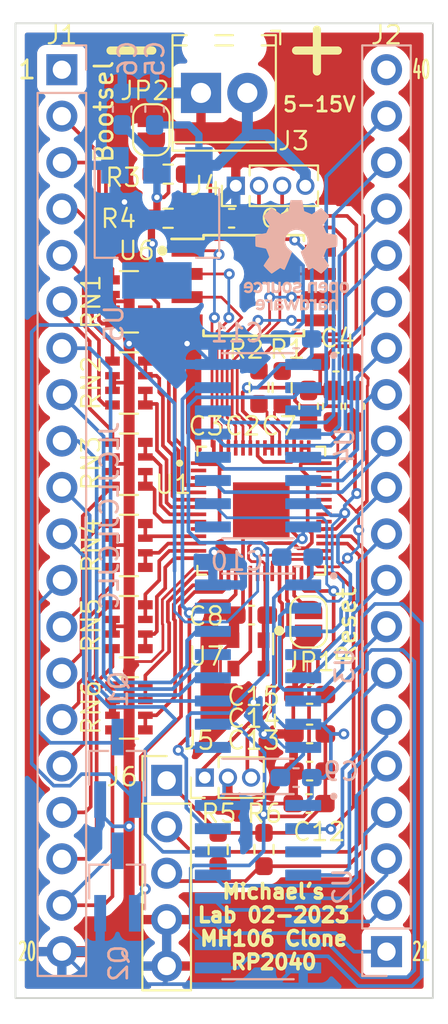
<source format=kicad_pcb>
(kicad_pcb (version 20211014) (generator pcbnew)
  (title_block (title "MH106 - Emulator") (date "2023-01-26") (rev "1") (company "Michael's Lab"))
  (layers (0 "F.Cu" signal) (31 "B.Cu" signal) (34 "B.Paste" user) (35 "F.Paste" user) (36 "B.SilkS" user "B.Silkscreen") (37 "F.SilkS" user "F.Silkscreen") (38 "B.Mask" user) (39 "F.Mask" user) (44 "Edge.Cuts" user))
  (net 0 "")
  (net 1 "ICC1")
  (net 2 "~{GR}")
  (net 3 "EOSC")
  (net 4 "Z")
  (net 5 "~{LST}{slash}LSP")
  (net 6 "~{DO}{slash}RY")
  (net 7 "~{LSL}")
  (net 8 "~{LSS}")
  (net 9 "~{LML}")
  (net 10 "~{LMS}")
  (net 11 "~{ALARM}")
  (net 12 "~{CAL}")
  (net 13 "MC 0")
  (net 14 "MC 1")
  (net 15 "SST{slash}SSP")
  (net 16 "NUL{slash}LAP{slash}LAP")
  (net 17 "CHOD.FO{slash}~{NAST}")
  (net 18 "PHASE")
  (net 19 "STROBE")
  (net 20 "GND")
  (net 21 "BCD A{slash}AS 0")
  (net 22 "BCD B{slash}AS 1")
  (net 23 "BCD D{slash}AS 3")
  (net 24 "SEG G{slash}NE{slash}AS 4")
  (net 25 "SEG A{slash}SO{slash}AS 5")
  (net 26 "SEG F{slash}PA{slash}AS 6")
  (net 27 "SEG E{slash}CT{slash}AS 7")
  (net 28 "SEG B{slash}ST{slash}AS 8")
  (net 29 "SEG C{slash}UT{slash}AS 9")
  (net 30 "SEG D{slash}PO{slash}AS 10")
  (net 31 "~{DMX 1}")
  (net 32 "~{DMX 2}")
  (net 33 "~{DMX 3}")
  (net 34 "~{DMX 4}")
  (net 35 "~{DMX 5}")
  (net 36 "~{DMX 6}")
  (net 37 "~{DMX 7}")
  (net 38 "~{DMX 8}")
  (net 39 "ICC 2")
  (net 40 "+1V1")
  (net 52 "Shift_Data")
  (net 53 "Net-(U2-Pad9)")
  (net 54 "Shift_RCK")
  (net 55 "Shift_SRCK")
  (net 56 "Net-(J4-Pad2)")
  (net 57 "Net-(J5-Pad1)")
  (net 58 "Net-(J5-Pad3)")
  (net 59 "Net-(U3-Pad9)")
  (net 60 "BCD C{slash}AS 2")
  (net 62 "5V")
  (net 63 "D-")
  (net 64 "D+")
  (net 65 "Net-(J1-Pad6)")
  (net 66 "Net-(J1-Pad14)")
  (net 67 "Net-(J1-Pad15)")
  (net 68 "Net-(J1-Pad2)")
  (net 69 "Net-(J1-Pad3)")
  (net 70 "Net-(J1-Pad4)")
  (net 71 "Net-(J1-Pad5)")
  (net 72 "Net-(J1-Pad13)")
  (net 73 "Net-(J1-Pad16)")
  (net 74 "Net-(J1-Pad17)")
  (net 75 "Net-(J1-Pad18)")
  (net 76 "Net-(J4-Pad3)")
  (net 77 "+3V3")
  (net 78 "/~{USB_BOOT}")
  (net 79 "QSPI_CSN")
  (net 80 "QSPI_SD3")
  (net 81 "QSPI_SCLK")
  (net 82 "QSPI_SD0")
  (net 83 "QSPI_SD2")
  (net 84 "QSPI_SD1")
  (net 85 "~{CAL} out")
  (net 86 "STROBE out")
  (net 87 "STROBE in")
  (net 88 "Net-(JP1-Pad2)")
  (net 89 "XIN")
  (net 91 "SDA")
  (net 92 "SCL")
  (footprint "Capacitor_SMD:C_0603_1608Metric_Pad1.08x0.95mm_HandSolder" (layer "F.Cu") (at 102.4702 76.4794 180)
    (fp_text reference "C13")
    (fp_text value "100n")
  )
  (footprint "Capacitor_SMD:C_0603_1608Metric_Pad1.08x0.95mm_HandSolder" (layer "F.Cu") (at 102.4702 74.4474 180)
    (fp_text reference "C14")
    (fp_text value "100n")
  )
  (footprint "Capacitor_SMD:C_0603_1608Metric_Pad1.08x0.95mm_HandSolder" (layer "F.Cu") (at 99.2875 67.945 180)
    (fp_text reference "C8")
    (fp_text value "10n")
  )
  (footprint "Resistor_SMD:R_0603_1608Metric_Pad0.98x0.95mm_HandSolder" (layer "F.Cu") (at 99.9698 80.772 90)
    (fp_text reference "R6")
    (fp_text value "4k7")
  )
  (footprint "Jumper:SolderJumper-2_P1.3mm_Open_RoundedPad1.0x1.5mm" (layer "F.Cu") (at 93.8 41.387 -90)
    (fp_text reference "JP2")
    (fp_text value "Bootsel")
  )
  (footprint "Resistor_SMD:R_Array_Convex_4x0603" (layer "F.Cu") (at 92.572 50.8)
    (fp_text reference "RN1")
    (fp_text value "R_Pack04")
  )
  (footprint "Resistor_SMD:R_0603_1608Metric_Pad0.98x0.95mm_HandSolder" (layer "F.Cu") (at 99.695 55.4755 90)
    (fp_text reference "R2")
    (fp_text value "27")
  )
  (footprint "Resistor_SMD:R_Array_Convex_4x0603" (layer "F.Cu") (at 92.572 59.69)
    (fp_text reference "RN3")
    (fp_text value "R_Pack04")
  )
  (footprint "TerminalBlock_Phoenix:TerminalBlock_Phoenix_MPT-0,5-2-2.54_1x02_P2.54mm_Horizontal" (layer "F.Cu") (at 99.06 39.37 180)
    (fp_text reference "J3")
    (fp_text value "5-15V")
  )
  (footprint "Resistor_SMD:R_0603_1608Metric_Pad0.98x0.95mm_HandSolder" (layer "F.Cu") (at 97.4598 80.772 90)
    (fp_text reference "R5")
    (fp_text value "4k7")
  )
  (footprint "Capacitor_SMD:C_0603_1608Metric_Pad1.08x0.95mm_HandSolder" (layer "F.Cu") (at 98.1975 46.228)
    (fp_text reference "C1")
    (fp_text value "100n")
  )
  (footprint "Resistor_SMD:R_Array_Convex_4x0603" (layer "F.Cu") (at 92.572 55.245)
    (fp_text reference "RN2")
    (fp_text value "R_Pack04")
  )
  (footprint "Connector_PinHeader_1.27mm:PinHeader_1x03_P1.27mm_Vertical" (layer "F.Cu") (at 96.725 76.835 90)
    (fp_text reference "J5")
    (fp_text value "Debug")
  )
  (footprint "Package_SO:SOIC-8W_5.3x5.3mm_P1.27mm" (layer "F.Cu") (at 99.408 49.911)
    (fp_text reference "U6")
    (fp_text value "W25Q128JVS")
  )
  (footprint "Connector_PinHeader_2.54mm:PinHeader_1x05_P2.54mm_Vertical" (layer "F.Cu") (at 94.6404 76.9874)
    (fp_text reference "J6")
    (fp_text value "I2C")
  )
  (footprint "Capacitor_SMD:C_0603_1608Metric_Pad1.08x0.95mm_HandSolder" (layer "F.Cu") (at 103.9125 54.102 180)
    (fp_text reference "C4")
    (fp_text value "100n")
  )
  (footprint "Resistor_SMD:R_Array_Convex_4x0603" (layer "F.Cu") (at 92.572 64.135)
    (fp_text reference "RN4")
    (fp_text value "R_Pack04")
  )
  (footprint "Capacitor_SMD:C_0603_1608Metric_Pad1.08x0.95mm_HandSolder" (layer "F.Cu") (at 104.9274 56.5161 90)
    (fp_text reference "C7")
    (fp_text value "10u")
  )
  (footprint "Capacitor_SMD:C_0603_1608Metric_Pad1.08x0.95mm_HandSolder" (layer "F.Cu") (at 102.4702 72.2884 180)
    (fp_text reference "C15")
    (fp_text value "100n")
  )
  (footprint "SnapEDA Library:QFN40P700X700X90-57N" (layer "F.Cu") (at 99.822 62.23)
    (fp_text reference "U1")
    (fp_text value "RP2040")
  )
  (footprint "Resistor_SMD:R_0603_1608Metric_Pad0.98x0.95mm_HandSolder" (layer "F.Cu") (at 100.965 55.499 90)
    (fp_text reference "R1")
    (fp_text value "27")
  )
  (footprint "Capacitor_SMD:C_0603_1608Metric_Pad1.08x0.95mm_HandSolder" (layer "F.Cu") (at 102.4128 56.5161 90)
    (fp_text reference "C3")
    (fp_text value "1u")
  )
  (footprint "Jumper:SolderJumper-2_P1.3mm_Open_RoundedPad1.0x1.5mm" (layer "F.Cu") (at 102.4128 68.3156 90)
    (fp_text reference "JP1")
    (fp_text value "Reset")
  )
  (footprint "Resistor_SMD:R_0603_1608Metric_Pad0.98x0.95mm_HandSolder" (layer "F.Cu") (at 94.7185 43.815 180)
    (fp_text reference "R3")
    (fp_text value "1k")
  )
  (footprint "Oscillator:Oscillator_SMD_Abracon_ASDMB-4Pin_2.5x2.0mm" (layer "F.Cu") (at 99.123 70.091 180)
    (fp_text reference "U7")
    (fp_text value "ASDMB-xxxMHz")
  )
  (footprint "Resistor_SMD:R_Array_Convex_4x0603" (layer "F.Cu") (at 92.572 73.025)
    (fp_text reference "RN6")
    (fp_text value "R_Pack04")
  )
  (footprint "Capacitor_SMD:C_0603_1608Metric_Pad1.08x0.95mm_HandSolder" (layer "F.Cu") (at 102.4382 78.2574 180)
    (fp_text reference "C12")
    (fp_text value "100n")
  )
  (footprint "Resistor_SMD:R_0603_1608Metric_Pad0.98x0.95mm_HandSolder" (layer "F.Cu") (at 94.7185 46.228)
    (fp_text reference "R4")
    (fp_text value "DNF")
  )
  (footprint "Connector_PinHeader_1.27mm:PinHeader_1x04_P1.27mm_Vertical" (layer "F.Cu") (at 98.425 44.45 90)
    (fp_text reference "J4")
    (fp_text value "USB Pins")
  )
  (footprint "Resistor_SMD:R_Array_Convex_4x0603" (layer "F.Cu") (at 92.572 68.58)
    (fp_text reference "RN5")
    (fp_text value "R_Pack04")
  )
  (footprint "Capacitor_SMD:C_0603_1608Metric_Pad1.08x0.95mm_HandSolder" (layer "F.Cu") (at 103.7082 56.5161 90)
    (fp_text reference "C2")
    (fp_text value "100n")
  )
  (footprint "Capacitor_SMD:C_0603_1608Metric_Pad1.08x0.95mm_HandSolder" (layer "B.Cu") (at 101.727 76.835 180)
    (fp_text reference "C9")
    (fp_text value "100n")
  )
  (footprint "Capacitor_SMD:C_0603_1608Metric_Pad1.08x0.95mm_HandSolder" (layer "B.Cu") (at 92.202 40.259 90)
    (fp_text reference "C6")
    (fp_text value "10u")
  )
  (footprint "SnapEDA Library:SOIC127P600X175-16N" (layer "B.Cu") (at 99.644 58.674 180)
    (fp_text reference "U4")
    (fp_text value "TPIC6C595D")
  )
  (footprint "Capacitor_SMD:C_0603_1608Metric_Pad1.08x0.95mm_HandSolder" (layer "B.Cu") (at 101.8032 64.77 180)
    (fp_text reference "C10")
    (fp_text value "100n")
  )
  (footprint "Connector_PinHeader_2.54mm:PinHeader_1x20_P2.54mm_Vertical" (layer "B.Cu") (at 106.68 86.36)
    (fp_text reference "J2")
    (fp_text value "Pin 21 - 40")
  )
  (footprint "Connector_PinHeader_2.54mm:PinHeader_1x20_P2.54mm_Vertical" (layer "B.Cu") (at 88.9 38.1 180)
    (fp_text reference "J1")
    (fp_text value "Pin 1-20")
  )
  (footprint "Capacitor_SMD:C_0603_1608Metric_Pad1.08x0.95mm_HandSolder" (layer "B.Cu") (at 101.727 52.832 180)
    (fp_text reference "C11")
    (fp_text value "100n")
  )
  (footprint "Capacitor_SMD:C_0603_1608Metric_Pad1.08x0.95mm_HandSolder" (layer "B.Cu") (at 93.98 40.259 90)
    (fp_text reference "C5")
    (fp_text value "10u")
  )
  (footprint "Symbol:OSHW-Logo_5.7x6mm_SilkScreen" (layer "B.Cu") (at 101.75 48.25 180)
    (fp_text reference "REF**" hide)
    (fp_text value "OSHW-Logo_5.7x6mm_SilkScreen" hide)
  )
  (footprint "Package_TO_SOT_SMD:TSOT-23_HandSoldering" (layer "B.Cu") (at 91.948 82.55 90)
    (fp_text reference "Q2")
    (fp_text value "BSS138")
  )
  (footprint "Package_TO_SOT_SMD:TSOT-23_HandSoldering" (layer "B.Cu") (at 91.948 76.327 90)
    (fp_text reference "Q1")
    (fp_text value "BSS138")
  )
  (footprint "SnapEDA Library:SOIC127P600X175-16N" (layer "B.Cu") (at 99.644 70.739 180)
    (fp_text reference "U3")
    (fp_text value "TPIC6C595D")
  )
  (footprint "SnapEDA Library:SOIC127P600X175-16N" (layer "B.Cu") (at 99.644 82.804 180)
    (fp_text reference "U2")
    (fp_text value "TPIC6C595D")
  )
  (footprint "Package_TO_SOT_SMD:SOT-223-3_TabPin2" (layer "B.Cu") (at 94.107 46.482 -90)
    (fp_text reference "U5")
    (fp_text value "AMS1117-3.3")
  )
  (gr_circle (center 100.8 68.8) (end 101 68.8) (layer "F.SilkS") (width 0.1524) (fill solid))
  (gr_circle (center 94.4 48) (end 94.6 48) (layer "F.SilkS") (width 0.1524) (fill solid))
  (gr_rect (start 86.36 35.56) (end 109.22 88.9) (layer "Edge.Cuts") (width 0.1) (fill none))
  (gr_text "JLCJLCJLCJLC" (at 91.5 62.5 90) (layer "B.SilkS") (effects (font (size 1 1) (thickness 0.1524)) (justify mirror)))
  (gr_text "Reset" (at 104.5 68.5 90) (layer "F.SilkS") (effects (font (size 1 1))))
  (gr_text "Michael's\nLab 02-2023\nMH106 Clone\nRP2040" (at 100.5 85) (layer "F.SilkS") (effects (font (size 0.8 0.8) (thickness 0.2))))
  (gr_text "1" (at 86.995 38.1) (layer "F.SilkS") (effects (font (size 1 1))))
  (gr_text "Bootsel" (at 91.2 40.4 90) (layer "F.SilkS") (effects (font (size 1 1))))
  (gr_text "5-15V" (at 103 40) (layer "F.SilkS") (effects (font (size 0.8 0.8))))
  (gr_text "+" (at 102.87 36.83) (layer "F.SilkS") (effects (font (size 3 3) (thickness 0.45))))
  (gr_text "20" (at 86.995 86.36) (layer "F.SilkS") (effects (font (size 1 0.5) (thickness 0.125))))
  (gr_text "40" (at 108.585 38.1) (layer "F.SilkS") (effects (font (size 1 0.5) (thickness 0.125))))
  (gr_text "-" (at 92.71 36.83) (layer "F.SilkS") (effects (font (size 3 3) (thickness 0.45))))
  (gr_text "21" (at 108.585 86.36) (layer "F.SilkS") (effects (font (size 1 0.5) (thickness 0.125))))
  (segment (start 95.08656 58.28475) (end 95.08656 54.06556) (width 0.2) (layer "F.Cu") (net 2))
  (segment (start 95.08656 54.06556) (end 94.1832 53.1622) (width 0.2) (layer "F.Cu") (net 2))
  (segment (start 95.6126 58.81079) (end 95.08656 58.28475) (width 0.2) (layer "F.Cu") (net 2))
  (segment (start 94.1832 53.1622) (end 94.1832 50.903711) (width 0.2) (layer "F.Cu") (net 2))
  (segment (start 93.472 49.6) (end 93.472 50.4) (width 0.2) (layer "F.Cu") (net 2))
  (segment (start 96.387 60.83) (end 95.628 60.83) (width 0.2) (layer "F.Cu") (net 2))
  (segment (start 94.1832 50.903711) (end 93.679489 50.4) (width 0.2) (layer "F.Cu") (net 2))
  (segment (start 95.628 60.83) (end 95.6126 60.8146) (width 0.2) (layer "F.Cu") (net 2))
  (segment (start 93.679489 50.4) (end 93.472 50.4) (width 0.2) (layer "F.Cu") (net 2))
  (segment (start 95.6126 60.8146) (end 95.6126 58.81079) (width 0.2) (layer "F.Cu") (net 2))
  (segment (start 95.28608 61.12308) (end 95.28608 58.94604) (width 0.2) (layer "F.Cu") (net 3))
  (segment (start 96.387 61.23) (end 95.393 61.23) (width 0.2) (layer "F.Cu") (net 3))
  (segment (start 94.76004 54.24704) (end 93.472 52.959) (width 0.2) (layer "F.Cu") (net 3))
  (segment (start 95.393 61.23) (end 95.28608 61.12308) (width 0.2) (layer "F.Cu") (net 3))
  (segment (start 95.28608 58.94604) (end 94.76004 58.42) (width 0.2) (layer "F.Cu") (net 3))
  (segment (start 94.76004 58.42) (end 94.76004 54.24704) (width 0.2) (layer "F.Cu") (net 3))
  (segment (start 93.472 51.2) (end 93.472 52) (width 0.2) (layer "F.Cu") (net 3))
  (segment (start 93.472 52.959) (end 93.472 52) (width 0.2) (layer "F.Cu") (net 3))
  (segment (start 95.158 61.63) (end 94.95956 61.43156) (width 0.2) (layer "F.Cu") (net 4))
  (segment (start 96.387 61.63) (end 95.158 61.63) (width 0.2) (layer "F.Cu") (net 4))
  (segment (start 94.43352 55.95252) (end 94.234 55.753) (width 0.2) (layer "F.Cu") (net 4))
  (segment (start 94.95956 59.20004) (end 94.43352 58.674) (width 0.2) (layer "F.Cu") (net 4))
  (segment (start 94.43352 58.674) (end 94.43352 55.95252) (width 0.2) (layer "F.Cu") (net 4))
  (segment (start 94.95956 61.43156) (end 94.95956 59.20004) (width 0.2) (layer "F.Cu") (net 4))
  (segment (start 94.088 54.845) (end 93.472 54.845) (width 0.2) (layer "F.Cu") (net 4))
  (segment (start 93.472 54.045) (end 93.472 54.845) (width 0.2) (layer "F.Cu") (net 4))
  (segment (start 94.234 54.991) (end 94.088 54.845) (width 0.2) (layer "F.Cu") (net 4))
  (segment (start 94.234 55.753) (end 94.234 54.991) (width 0.2) (layer "F.Cu") (net 4))
  (segment (start 94.63304 61.78627) (end 94.63304 59.45404) (width 0.2) (layer "F.Cu") (net 5))
  (segment (start 94.87677 62.03) (end 94.63304 61.78627) (width 0.2) (layer "F.Cu") (net 5))
  (segment (start 96.387 62.03) (end 94.87677 62.03) (width 0.2) (layer "F.Cu") (net 5))
  (segment (start 94.107 56.388) (end 93.529 56.388) (width 0.2) (layer "F.Cu") (net 5))
  (segment (start 93.472 55.645) (end 93.472 56.445) (width 0.2) (layer "F.Cu") (net 5))
  (segment (start 93.529 56.388) (end 93.472 56.445) (width 0.2) (layer "F.Cu") (net 5))
  (segment (start 94.107 58.928) (end 94.107 56.388) (width 0.2) (layer "F.Cu") (net 5))
  (segment (start 94.63304 59.45404) (end 94.107 58.928) (width 0.2) (layer "F.Cu") (net 5))
  (segment (start 93.472 58.49) (end 93.472 59.29) (width 0.2) (layer "F.Cu") (net 6))
  (segment (start 94.815 62.43) (end 94.30652 61.92152) (width 0.2) (layer "F.Cu") (net 6))
  (segment (start 93.853 59.309) (end 94.30652 59.76252) (width 0.2) (layer "F.Cu") (net 6))
  (segment (start 94.30652 61.92152) (end 94.30652 59.76252) (width 0.2) (layer "F.Cu") (net 6))
  (segment (start 96.387 62.43) (end 94.815 62.43) (width 0.2) (layer "F.Cu") (net 6))
  (segment (start 91.567 54.483) (end 90.424 53.34) (width 0.2) (layer "B.Cu") (net 7))
  (segment (start 91.567 71.12) (end 91.567 54.483) (width 0.2) (layer "B.Cu") (net 7))
  (segment (start 92.076743 71.629743) (end 91.567 71.12) (width 0.2) (layer "B.Cu") (net 7))
  (segment (start 97.169 68.834) (end 96.266 68.834) (width 0.2) (layer "B.Cu") (net 7))
  (segment (start 94.870743 71.629743) (end 92.076743 71.629743) (width 0.2) (layer "B.Cu") (net 7))
  (segment (start 95.758 70.742486) (end 94.870743 71.629743) (width 0.2) (layer "B.Cu") (net 7))
  (segment (start 90.424 53.34) (end 88.9 53.34) (width 0.2) (layer "B.Cu") (net 7))
  (segment (start 95.758 69.342) (end 95.758 70.742486) (width 0.2) (layer "B.Cu") (net 7))
  (segment (start 96.266 68.834) (end 95.758 69.342) (width 0.2) (layer "B.Cu") (net 7))
  (segment (start 96.858256 70.104) (end 94.971296 71.99096) (width 0.2) (layer "B.Cu") (net 8))
  (segment (start 91.186 58.166) (end 88.9 55.88) (width 0.2) (layer "B.Cu") (net 8))
  (segment (start 97.169 70.104) (end 96.858256 70.104) (width 0.2) (layer "B.Cu") (net 8))
  (segment (start 91.186 71.247) (end 91.186 58.166) (width 0.2) (layer "B.Cu") (net 8))
  (segment (start 91.92996 71.99096) (end 91.186 71.247) (width 0.2) (layer "B.Cu") (net 8))
  (segment (start 94.971296 71.99096) (end 91.92996 71.99096) (width 0.2) (layer "B.Cu") (net 8))
  (segment (start 90.805 71.374) (end 90.805 59.436) (width 0.2) (layer "B.Cu") (net 9))
  (segment (start 96.266 71.374) (end 95.32252 72.31748) (width 0.2) (layer "B.Cu") (net 9))
  (segment (start 95.32252 72.31748) (end 91.74848 72.31748) (width 0.2) (layer "B.Cu") (net 9))
  (segment (start 90.805 59.436) (end 89.789 58.42) (width 0.2) (layer "B.Cu") (net 9))
  (segment (start 97.169 71.374) (end 96.266 71.374) (width 0.2) (layer "B.Cu") (net 9))
  (segment (start 91.74848 72.31748) (end 90.805 71.374) (width 0.2) (layer "B.Cu") (net 9))
  (segment (start 89.789 58.42) (end 88.9 58.42) (width 0.2) (layer "B.Cu") (net 9))
  (segment (start 91.61323 72.644) (end 90.424 71.45477) (width 0.2) (layer "B.Cu") (net 10))
  (segment (start 90.424 62.484) (end 88.9 60.96) (width 0.2) (layer "B.Cu") (net 10))
  (segment (start 97.169 72.644) (end 91.61323 72.644) (width 0.2) (layer "B.Cu") (net 10))
  (segment (start 90.424 71.45477) (end 90.424 62.484) (width 0.2) (layer "B.Cu") (net 10))
  (segment (start 93.472 79.9338) (end 94.4372 80.899) (width 0.2) (layer "B.Cu") (net 11))
  (segment (start 88.9 63.5) (end 90.09748 64.69748) (width 0.2) (layer "B.Cu") (net 11))
  (segment (start 94.43352 72.97052) (end 95.123 73.66) (width 0.2) (layer "B.Cu") (net 11))
  (segment (start 91.47798 72.97052) (end 94.43352 72.97052) (width 0.2) (layer "B.Cu") (net 11))
  (segment (start 90.09748 71.59002) (end 91.47798 72.97052) (width 0.2) (layer "B.Cu") (net 11))
  (segment (start 93.472 75.311) (end 93.472 79.9338) (width 0.2) (layer "B.Cu") (net 11))
  (segment (start 90.09748 64.69748) (end 90.09748 71.59002) (width 0.2) (layer "B.Cu") (net 11))
  (segment (start 95.123 73.66) (end 93.472 75.311) (width 0.2) (layer "B.Cu") (net 11))
  (segment (start 94.4372 80.899) (end 97.169 80.899) (width 0.2) (layer "B.Cu") (net 11))
  (segment (start 88.9 66.04) (end 87.63 67.31) (width 0.2) (layer "B.Cu") (net 12))
  (segment (start 91.762 74.93) (end 91.948 74.744) (width 0.2) (layer "B.Cu") (net 12))
  (segment (start 87.63 74.295) (end 88.265 74.93) (width 0.2) (layer "B.Cu") (net 12))
  (segment (start 88.265 74.93) (end 91.762 74.93) (width 0.2) (layer "B.Cu") (net 12))
  (segment (start 87.63 67.31) (end 87.63 74.295) (width 0.2) (layer "B.Cu") (net 12))
  (segment (start 93.783 60.89) (end 93.472 60.89) (width 0.2) (layer "F.Cu") (net 13))
  (segment (start 93.472 60.09) (end 93.472 60.89) (width 0.2) (layer "F.Cu") (net 13))
  (segment (start 93.98 62.357) (end 93.98 61.087) (width 0.2) (layer "F.Cu") (net 13))
  (segment (start 93.98 61.087) (end 93.783 60.89) (width 0.2) (layer "F.Cu") (net 13))
  (segment (start 96.387 62.83) (end 94.453 62.83) (width 0.2) (layer "F.Cu") (net 13))
  (segment (start 94.453 62.83) (end 93.98 62.357) (width 0.2) (layer "F.Cu") (net 13))
  (segment (start 93.472 62.935) (end 93.472 63.735) (width 0.2) (layer "F.Cu") (net 14))
  (segment (start 93.577 63.63) (end 93.472 63.735) (width 0.2) (layer "F.Cu") (net 14))
  (segment (start 96.387 63.63) (end 93.577 63.63) (width 0.2) (layer "F.Cu") (net 14))
  (segment (start 94.215 64.535) (end 93.472 64.535) (width 0.2) (layer "F.Cu") (net 15))
  (segment (start 94.72 64.03) (end 94.215 64.535) (width 0.2) (layer "F.Cu") (net 15))
  (segment (start 93.472 64.535) (end 93.472 65.335) (width 0.2) (layer "F.Cu") (net 15))
  (segment (start 96.387 64.03) (end 94.72 64.03) (width 0.2) (layer "F.Cu") (net 15))
  (segment (start 93.472 67.38) (end 93.472 68.18) (width 0.2) (layer "F.Cu") (net 16))
  (segment (start 94.78177 64.43) (end 94.234 64.97777) (width 0.2) (layer "F.Cu") (net 16))
  (segment (start 94.234 64.97777) (end 94.234 66.04) (width 0.2) (layer "F.Cu") (net 16))
  (segment (start 94.234 66.04) (end 93.472 66.802) (width 0.2) (layer "F.Cu") (net 16))
  (segment (start 93.472 66.802) (end 93.472 67.38) (width 0.2) (layer "F.Cu") (net 16))
  (segment (start 96.387 64.43) (end 94.78177 64.43) (width 0.2) (layer "F.Cu") (net 16))
  (segment (start 96.387 64.83) (end 95.063 64.83) (width 0.2) (layer "F.Cu") (net 17))
  (segment (start 94.56052 65.33248) (end 94.56052 66.47548) (width 0.2) (layer "F.Cu") (net 17))
  (segment (start 93.472 68.98) (end 93.472 69.78) (width 0.2) (layer "F.Cu") (net 17))
  (segment (start 93.961 68.98) (end 93.472 68.98) (width 0.2) (layer "F.Cu") (net 17))
  (segment (start 95.063 64.83) (end 94.56052 65.33248) (width 0.2) (layer "F.Cu") (net 17))
  (segment (start 94.102409 68.838591) (end 93.961 68.98) (width 0.2) (layer "F.Cu") (net 17))
  (segment (start 94.56052 66.47548) (end 94.102409 66.933591) (width 0.2) (layer "F.Cu") (net 17))
  (segment (start 94.102409 66.933591) (end 94.102409 68.838591) (width 0.2) (layer "F.Cu") (net 17))
  (segment (start 94.77476 68.375898) (end 94.705449 68.306587) (width 0.2) (layer "F.Cu") (net 18))
  (segment (start 93.472 71.825) (end 93.472 72.625) (width 0.2) (layer "F.Cu") (net 18))
  (segment (start 94.705449 67.219551) (end 96.266 65.659) (width 0.2) (layer "F.Cu") (net 18))
  (segment (start 96.266 65.659) (end 97.216 65.659) (width 0.2) (layer "F.Cu") (net 18))
  (segment (start 93.472 71.825) (end 93.472 71.247) (width 0.2) (layer "F.Cu") (net 18))
  (segment (start 97.216 65.659) (end 97.222 65.665) (width 0.2) (layer "F.Cu") (net 18))
  (segment (start 93.472 71.247) (end 94.77476 69.94424) (width 0.2) (layer "F.Cu") (net 18))
  (segment (start 94.77476 69.94424) (end 94.77476 68.375898) (width 0.2) (layer "F.Cu") (net 18))
  (segment (start 94.705449 68.306587) (end 94.705449 67.219551) (width 0.2) (layer "F.Cu") (net 18))
  (segment (start 91.672 83.334) (end 91.672 74.225) (width 0.2) (layer "F.Cu") (net 19))
  (segment (start 91.186 83.82) (end 91.672 83.334) (width 0.2) (layer "F.Cu") (net 19))
  (segment (start 88.9 83.82) (end 91.186 83.82) (width 0.2) (layer "F.Cu") (net 19))
  (segment (start 88.9 83.82) (end 91.88 80.84) (width 0.2) (layer "B.Cu") (net 19))
  (segment (start 91.88 80.84) (end 91.948 80.84) (width 0.2) (layer "B.Cu") (net 19))
  (segment (start 103.759 43.942) (end 103.759 45.212) (width 0.2) (layer "F.Cu") (net 20))
  (segment (start 96.912765 65.153235) (end 97.5569 64.5091) (width 0.15) (layer "F.Cu") (net 20))
  (segment (start 98.425 45.593) (end 98.425 44.45) (width 0.2) (layer "F.Cu") (net 20))
  (segment (start 98.425 68.58) (end 98.298 68.707) (width 0.2) (layer "F.Cu") (net 20))
  (segment (start 98.425 71.755) (end 97.7646 71.755) (width 0.15) (layer "F.Cu") (net 20))
  (segment (start 103.759 45.212) (end 104.013 45.466) (width 0.2) (layer "F.Cu") (net 20))
  (segment (start 103.05 54.102) (end 103.75152 53.40048) (width 0.2) (layer "F.Cu") (net 20))
  (segment (start 91.44 86.36) (end 92.583 85.217) (width 0.6) (layer "F.Cu") (net 20))
  (segment (start 92.561 55.223) (end 92.583 55.245) (width 0.2) (layer "F.Cu") (net 20))
  (segment (start 97.5569 64.5091) (end 97.807955 64.5091) (width 0.15) (layer "F.Cu") (net 20))
  (segment (start 98.298 68.707) (end 98.298 69.316) (width 0.2) (layer "F.Cu") (net 20))
  (segment (start 94.403929 67.094658) (end 96.345351 65.153235) (width 0.15) (layer "F.Cu") (net 20))
  (segment (start 92.583 79.502) (end 92.583 73.025) (width 0.6) (layer "F.Cu") (net 20))
  (segment (start 92.583 68.453) (end 92.583 64.262) (width 0.6) (layer "F.Cu") (net 20))
  (segment (start 92.583 53.086) (end 92.583 50.8) (width 0.6) (layer "F.Cu") (net 20))
  (segment (start 92.561 73.003) (end 92.583 73.025) (width 0.2) (layer "F.Cu") (net 20))
  (segment (start 91.672 55.223) (end 92.561 55.223) (width 0.2) (layer "F.Cu") (net 20))
  (segment (start 97.79 77.3176) (end 97.79 76.835) (width 0.2) (layer "F.Cu") (net 20))
  (segment (start 92.075 45.593) (end 92.329 45.339) (width 0.6) (layer "F.Cu") (net 20))
  (segment (start 104.775 45.466) (end 105.41 46.101) (width 0.2) (layer "F.Cu") (net 20))
  (segment (start 91.672 64.535) (end 91.672 64.113) (width 0.2) (layer "F.Cu") (net 20))
  (segment (start 93.807586 70.485) (end 94.43392 69.858666) (width 0.15) (layer "F.Cu") (net 20))
  (segment (start 94.403929 68.43148) (end 94.403929 67.094658) (width 0.15) (layer "F.Cu") (net 20))
  (segment (start 91.672 51.2) (end 91.672 50.778) (width 0.2) (layer "F.Cu") (net 20))
  (segment (start 99.06 46.228) (end 98.425 45.593) (width 0.2) (layer "F.Cu") (net 20))
  (segment (start 103.05 55.552) (end 102.923 55.679) (width 0.2) (layer "F.Cu") (net 20))
  (segment (start 101.5757 72.3204) (end 101.6077 72.2884) (width 0.2) (layer "F.Cu") (net 20))
  (segment (start 98.806 43.307) (end 103.124 43.307) (width 0.2) (layer "F.Cu") (net 20))
  (segment (start 92.583 70.485) (end 93.807586 70.485) (width 0.15) (layer "F.Cu") (net 20))
  (segment (start 101.5757 78.2574) (end 101.5757 72.3204) (width 0.2) (layer "F.Cu") (net 20))
  (segment (start 91.672 68.558) (end 92.478 68.558) (width 0.2) (layer "F.Cu") (net 20))
  (segment (start 102.064212 63.760919) (end 101.911719 63.760919) (width 0.2) (layer "F.Cu") (net 20))
  (segment (start 92.075 48.133) (end 92.075 45.593) (width 0.6) (layer "F.Cu") (net 20))
  (segment (start 98.087766 64.788911) (end 98.742889 64.788911) (width 0.15) (layer "F.Cu") (net 20))
  (segment (start 91.672 73.003) (end 91.672 73.425) (width 0.2) (layer "F.Cu") (net 20))
  (segment (start 101.6077 72.2884) (end 101.6077 72.231) (width 0.2) (layer "F.Cu") (net 20))
  (segment (start 102.489 55.679) (end 102.923 55.679) (width 0.2) (layer "F.Cu") (net 20))
  (segment (start 98.822 67.548) (end 98.425 67.945) (width 0.2) (layer "F.Cu") (net 20))
  (segment (start 103.75152 53.40048) (end 103.75152 53.34748) (width 0.2) (layer "F.Cu") (net 20))
  (segment (start 98.822 65.665) (end 98.822 63.23) (width 0.2) (layer "F.Cu") (net 20))
  (segment (start 94.43392 69.858666) (end 94.43392 68.461472) (width 0.15) (layer "F.Cu") (net 20))
  (segment (start 97.242489 64.5091) (end 97.5569 64.5091) (width 0.15) (layer "F.Cu") (net 20))
  (segment (start 91.672 64.113) (end 91.672 63.735) (width 0.2) (layer "F.Cu") (net 20))
  (segment (start 103.86796 53.23104) (end 104.75696 53.23104) (width 0.2) (layer "F.Cu") (net 20))
  (segment (start 91.672 59.668) (end 91.672 60.09) (width 0.2) (layer "F.Cu") (net 20))
  (segment (start 102.4636 69.0164) (end 102.4636 71.3751) (width 0.2) (layer "F.Cu") (net 20))
  (segment (start 104.75696 53.23104) (end 105.41 52.578) (width 0.2) (layer "F.Cu") (net 20))
  (segment (start 92.561 50.778) (end 92.583 50.8) (width 0.2) (layer "F.Cu") (net 20))
  (segment (start 92.583 64.262) (end 92.583 59.69) (width 0.6) (layer "F.Cu") (net 20))
  (segment (start 103.75152 53.34748) (end 103.86796 53.23104) (width 0.2) (layer "F.Cu") (net 20))
  (segment (start 103.124 43.307) (end 103.759 43.942) (width 0.2) (layer "F.Cu") (net 20))
  (segment (start 91.672 73.003) (end 92.561 73.003) (width 0.2) (layer "F.Cu") (net 20))
  (segment (start 97.7646 71.755) (end 97.5868 71.5772) (width 0.15) (layer "F.Cu") (net 20))
  (segment (start 92.583 70.485) (end 92.583 68.453) (width 0.6) (layer "F.Cu") (net 20))
  (segment (start 98.425 44.45) (end 98.425 43.688) (width 0.2) (layer "F.Cu") (net 20))
  (segment (start 95.22 39.37) (end 96.52 39.37) (width 0.2) (layer "F.Cu") (net 20))
  (segment (start 92.478 68.558) (end 92.583 68.453) (width 0.2) (layer "F.Cu") (net 20))
  (segment (start 99.3902 72.7202) (end 98.425 71.755) (width 0.15) (layer "F.Cu") (net 20))
  (segment (start 95.758 51.816) (end 95.758 53.086) (width 0.2) (layer "F.Cu") (net 20))
  (segment (start 92.434 64.113) (end 92.583 64.262) (width 0.2) (layer "F.Cu") (net 20))
  (segment (start 92.583 85.217) (end 92.583 79.502) (width 0.6) (layer "F.Cu") (net 20))
  (segment (start 92.583 73.025) (end 92.583 70.485) (width 0.6) (layer "F.Cu") (net 20))
  (segment (start 98.7298 78.2574) (end 97.79 77.3176) (width 0.2) (layer "F.Cu") (net 20))
  (segment (start 102.923 55.679) (end 104.9528 55.679) (width 0.2) (layer "F.Cu") (net 20))
  (segment (start 97.5868 70.0272) (end 98.298 69.316) (width 0.15) (layer "F.Cu") (net 20))
  (segment (start 98.822 63.23) (end 99.822 62.23) (width 0.2) (layer "F.Cu") (net 20))
  (segment (start 98.425 67.945) (end 98.425 68.58) (width 0.2) (layer "F.Cu") (net 20))
  (segment (start 91.672 68.18) (end 91.672 68.558) (width 0.2) (layer "F.Cu") (net 20))
  (segment (start 92.583 50.8) (end 92.583 48.641) (width 0.6) (layer "F.Cu") (net 20))
  (segment (start 105.41 46.101) (end 105.41 52.578) (width 0.2) (layer "F.Cu") (net 20))
  (segment (start 101.911719 63.760919) (end 101.3714 63.2206) (width 0.2) (layer "F.Cu") (net 20))
  (segment (start 91.672 55.223) (end 91.672 55.645) (width 0.2) (layer "F.Cu") (net 20))
  (segment (start 91.672 50.778) (end 92.561 50.778) (width 0.2) (layer "F.Cu") (net 20))
  (segment (start 104.013 45.466) (end 104.775 45.466) (width 0.2) (layer "F.Cu") (net 20))
  (segment (start 91.672 64.113) (end 92.434 64.113) (width 0.2) (layer "F.Cu") (net 20))
  (segment (start 101.6077 72.231) (end 102.4636 71.3751) (width 0.2) (layer "F.Cu") (net 20))
  (segment (start 98.822 65.665) (end 98.822 67.548) (width 0.2) (layer "F.Cu") (net 20))
  (segment (start 92.583 55.245) (end 92.583 53.086) (width 0.6) (layer "F.Cu") (net 20))
  (segment (start 92.561 59.668) (end 92.583 59.69) (width 0.2) (layer "F.Cu") (net 20))
  (segment (start 91.672 68.558) (end 91.672 68.98) (width 0.2) (layer "F.Cu") (net 20))
  (segment (start 91.672 72.625) (end 91.672 73.003) (width 0.2) (layer "F.Cu") (net 20))
  (segment (start 96.345351 65.153235) (end 96.912765 65.153235) (width 0.15) (layer "F.Cu") (net 20))
  (segment (start 92.583 48.641) (end 92.075 48.133) (width 0.6) (layer "F.Cu") (net 20))
  (segment (start 93.853 40.737) (end 95.22 39.37) (width 0.2) (layer "F.Cu") (net 20))
  (segment (start 94.43392 68.461472) (end 94.403929 68.43148) (width 0.15) (layer "F.Cu") (net 20))
  (segment (start 103.05 54.102) (end 103.05 55.552) (width 0.2) (layer "F.Cu") (net 20))
  (segment (start 92.583 59.69) (end 92.583 55.245) (width 0.6) (layer "F.Cu") (net 20))
  (segment (start 91.672 54.845) (end 91.672 55.223) (width 0.2) (layer "F.Cu") (net 20))
  (segment (start 88.9 86.36) (end 91.44 86.36) (width 0.6) (layer "F.Cu") (net 20))
  (segment (start 98.425 43.688) (end 98.806 43.307) (width 0.2) (layer "F.Cu") (net 20))
  (segment (start 91.672 59.29) (end 91.672 59.668) (width 0.2) (layer "F.Cu") (net 20))
  (segment (start 97.5868 71.5772) (end 97.5868 70.0272) (width 0.15) (layer "F.Cu") (net 20))
  (segment (start 91.672 50.778) (end 91.672 50.4) (width 0.2) (layer "F.Cu") (net 20))
  (segment (start 101.6077 74.4474) (end 99.9744 74.4474) (width 0.15) (layer "F.Cu") (net 20))
  (segment (start 91.672 59.668) (end 92.561 59.668) (width 0.2) (layer "F.Cu") (net 20))
  (segment (start 101.5757 78.2574) (end 98.7298 78.2574) (width 0.2) (layer "F.Cu") (net 20))
  (segment (start 97.807955 64.5091) (end 98.087766 64.788911) (width 0.15) (layer "F.Cu") (net 20))
  (via (at 102.064212 63.760919) (size 0.6) (drill 0.3) (layers "F.Cu" "B.Cu") (net 20))
  (via (at 99.3902 72.7202) (size 0.6) (drill 0.3) (layers "F.Cu" "B.Cu") (net 20))
  (via (at 97.242489 64.5091) (size 0.6) (drill 0.3) (layers "F.Cu" "B.Cu") (net 20))
  (via (at 95.758 53.086) (size 0.6) (drill 0.3) (layers "F.Cu" "B.Cu") (net 20))
  (via (at 92.583 53.086) (size 0.6) (drill 0.3) (layers "F.Cu" "B.Cu") (net 20))
  (via (at 92.583 79.502) (size 0.6) (drill 0.3) (layers "F.Cu" "B.Cu") (net 20))
  (via (at 99.9744 74.4474) (size 0.6) (drill 0.3) (layers "F.Cu" "B.Cu") (net 20))
  (via (at 92.329 45.339) (size 0.6) (drill 0.3) (layers "F.Cu" "B.Cu") (net 20))
  (segment (start 91.4135 39.3965) (end 91.059 39.751) (width 0.6) (layer "B.Cu") (net 20))
  (segment (start 101.873581 63.760919) (end 100.8645 64.77) (width 0.2) (layer "B.Cu") (net 20))
  (segment (start 100.8645 52.832) (end 101.2016 52.832) (width 0.2) (layer "B.Cu") (net 20))
  (segment (start 92.456 39.3965) (end 91.4135 39.3965) (width 0.6) (layer "B.Cu") (net 20))
  (segment (start 102.064212 63.760919) (end 101.873581 63.760919) (width 0.2) (layer "B.Cu") (net 20))
  (segment (start 92.329 45.339) (end 93.091 46.101) (width 0.6) (layer "B.Cu") (net 20))
  (segment (start 90.998 84.26) (end 90.998 85.786) (width 0.2) (layer "B.Cu") (net 20))
  (segment (start 96.026 53.086) (end 97.169 54.229) (width 0.2) (layer "B.Cu") (net 20))
  (segment (start 99.9744 74.4474) (end 99.3902 73.8632) (width 0.15) (layer "B.Cu") (net 20))
  (segment (start 99.3902 46.101) (end 96.774 46.101) (width 0.2) (layer "B.Cu") (net 20))
  (segment (start 100.711 88.138) (end 94.4372 88.138) (width 0.2) (layer "B.Cu") (net 20))
  (segment (start 94.4372 88.138) (end 90.678 88.138) (width 0.2) (layer "B.Cu") (net 20))
  (segment (start 97.169 78.359) (end 97.79 77.738) (width 0.2) (layer "B.Cu") (net 20))
  (segment (start 101.6 87.249) (end 100.711 88.138) (width 0.2) (layer "B.Cu") (net 20))
  (segment (start 93.091 46.101) (end 96.774 46.101) (width 0.6) (layer "B.Cu") (net 20))
  (segment (start 102.119 63.706131) (end 102.119 63.119) (width 0.2) (layer "B.Cu") (net 20))
  (segment (start 102.108 51.9256) (end 102.108 48.8188) (width 0.2) (layer "B.Cu") (net 20))
  (segment (start 94.742 84.6378) (end 94.742 87.8332) (width 0.2) (layer "B.Cu") (net 20))
  (segment (start 95.758 53.086) (end 92.583 53.086) (width 0.2) (layer "B.Cu") (net 20))
  (segment (start 94.742 87.8332) (end 94.4372 88.138) (width 0.2) (layer "B.Cu") (net 20))
  (segment (start 96.52 39.37) (end 92.4825 39.37) (width 0.6) (layer "B.Cu") (net 20))
  (segment (start 101.2016 52.832) (end 102.108 51.9256) (width 0.2) (layer "B.Cu") (net 20))
  (segment (start 97.79 77.738) (end 97.79 76.835) (width 0.2) (layer "B.Cu") (net 20))
  (segment (start 91.694 79.502) (end 92.583 79.502) (width 0.2) (layer "B.Cu") (net 20))
  (segment (start 100.8645 76.835) (end 102.119 75.5805) (width 0.2) (layer "B.Cu") (net 20))
  (segment (start 99.3902 73.8632) (end 99.3902 72.7202) (width 0.15) (layer "B.Cu") (net 20))
  (segment (start 90.998 85.786) (end 90.424 86.36) (width 0.2) (layer "B.Cu") (net 20))
  (segment (start 101.092 75.184) (end 102.119 75.184) (width 0.15) (layer "B.Cu") (net 20))
  (segment (start 97.242489 64.5091) (end 97.169 64.582589) (width 0.15) (layer "B.Cu") (net 20))
  (segment (start 91.807 44.817) (end 92.329 45.339) (width 0.6) (layer "B.Cu") (net 20))
  (segment (start 96.774 46.101) (end 98.425 44.45) (width 0.6) (layer "B.Cu") (net 20))
  (segment (start 91.059 42.584) (end 91.807 43.332) (width 0.6) (layer "B.Cu") (net 20))
  (segment (start 92.4825 39.37) (end 92.456 39.3965) (width 0.6) (layer "B.Cu") (net 20))
  (segment (start 90.998 78.037) (end 90.998 78.806) (width 0.2) (layer "B.Cu") (net 20))
  (segment (start 90.424 86.36) (end 88.9 86.36) (width 0.2) (layer "B.Cu") (net 20))
  (segment (start 94.7166 84.6124) (end 94.742 84.6378) (width 0.2) (layer "B.Cu") (net 20))
  (segment (start 100.3554 74.4474) (end 101.092 75.184) (width 0.15) (layer "B.Cu") (net 20))
  (segment (start 102.119 75.5805) (end 102.119 75.184) (width 0.2) (layer "B.Cu") (net 20))
  (segment (start 90.998 78.806) (end 91.694 79.502) (width 0.2) (layer "B.Cu") (net 20))
  (segment (start 102.108 48.8188) (end 99.3902 46.101) (width 0.2) (layer "B.Cu") (net 20))
  (segment (start 102.064212 63.760919) (end 102.119 63.706131) (width 0.2) (layer "B.Cu") (net 20))
  (segment (start 99.9744 74.4474) (end 100.3554 74.4474) (width 0.15) (layer "B.Cu") (net 20))
  (segment (start 91.807 43.332) (end 91.807 44.817) (width 0.6) (layer "B.Cu") (net 20))
  (segment (start 90.678 88.138) (end 88.9 86.36) (width 0.2) (layer "B.Cu") (net 20))
  (segment (start 95.758 53.086) (end 96.026 53.086) (width 0.2) (layer "B.Cu") (net 20))
  (segment (start 97.169 64.582589) (end 97.169 66.294) (width 0.15) (layer "B.Cu") (net 20))
  (segment (start 102.119 87.249) (end 101.6 87.249) (width 0.2) (layer "B.Cu") (net 20))
  (segment (start 91.059 39.751) (end 91.059 42.584) (width 0.6) (layer "B.Cu") (net 20))
  (segment (start 106.68 86.36) (end 104.902 86.36) (width 0.2) (layer "B.Cu") (net 21))
  (segment (start 104.902 86.36) (end 103.886 85.344) (width 0.2) (layer "B.Cu") (net 21))
  (segment (start 97.804 85.344) (end 97.169 84.709) (width 0.2) (layer "B.Cu") (net 21))
  (segment (start 103.886 85.344) (end 97.804 85.344) (width 0.2) (layer "B.Cu") (net 21))
  (segment (start 102.373 84.709) (end 105.791 84.709) (width 0.2) (layer "B.Cu") (net 22))
  (segment (start 105.791 84.709) (end 106.68 83.82) (width 0.2) (layer "B.Cu") (net 22))
  (segment (start 104.521 83.439) (end 105.41 82.55) (width 0.2) (layer "B.Cu") (net 23))
  (segment (start 102.373 83.439) (end 104.521 83.439) (width 0.2) (layer "B.Cu") (net 23))
  (segment (start 105.41 82.55) (end 105.41 80.01) (width 0.2) (layer "B.Cu") (net 23))
  (segment (start 105.41 80.01) (end 106.68 78.74) (width 0.2) (layer "B.Cu") (net 23))
  (segment (start 105.029 82.296) (end 104.5718 82.7532) (width 0.2) (layer "B.Cu") (net 24))
  (segment (start 106.68 76.2) (end 105.029 77.851) (width 0.2) (layer "B.Cu") (net 24))
  (segment (start 97.7532 82.7532) (end 97.169 82.169) (width 0.2) (layer "B.Cu") (net 24))
  (segment (start 104.5718 82.7532) (end 97.7532 82.7532) (width 0.2) (layer "B.Cu") (net 24))
  (segment (start 105.029 77.851) (end 105.029 82.296) (width 0.2) (layer "B.Cu") (net 24))
  (segment (start 104.648 76.6064) (end 106.68 74.5744) (width 0.2) (layer "B.Cu") (net 25))
  (segment (start 106.68 74.5744) (end 106.68 73.66) (width 0.2) (layer "B.Cu") (net 25))
  (segment (start 102.373 82.169) (end 104.267 82.169) (width 0.2) (layer "B.Cu") (net 25))
  (segment (start 104.648 81.788) (end 104.648 76.6064) (width 0.2) (layer "B.Cu") (net 25))
  (segment (start 104.267 82.169) (end 104.648 81.788) (width 0.2) (layer "B.Cu") (net 25))
  (segment (start 102.373 80.899) (end 103.886 80.899) (width 0.2) (layer "B.Cu") (net 26))
  (segment (start 103.886 80.899) (end 104.267 80.518) (width 0.2) (layer "B.Cu") (net 26))
  (segment (start 104.267 80.518) (end 104.267 76.3778) (width 0.2) (layer "B.Cu") (net 26))
  (segment (start 104.267 76.3778) (end 105.3592 75.2856) (width 0.2) (layer "B.Cu") (net 26))
  (segment (start 105.3592 75.2856) (end 105.3592 72.4408) (width 0.2) (layer "B.Cu") (net 26))
  (segment (start 105.3592 72.4408) (end 106.68 71.12) (width 0.2) (layer "B.Cu") (net 26))
  (segment (start 105.283 70.6882) (end 105.283 69.977) (width 0.2) (layer "B.Cu") (net 27))
  (segment (start 105.283 69.977) (end 106.68 68.58) (width 0.2) (layer "B.Cu") (net 27))
  (segment (start 103.3272 72.644) (end 105.283 70.6882) (width 0.2) (layer "B.Cu") (net 27))
  (segment (start 102.373 72.644) (end 103.3272 72.644) (width 0.2) (layer "B.Cu") (net 27))
  (segment (start 102.489 71.374) (end 104.84752 69.01548) (width 0.2) (layer "B.Cu") (net 28))
  (segment (start 104.84752 69.01548) (end 104.84752 67.87248) (width 0.2) (layer "B.Cu") (net 28))
  (segment (start 102.373 71.374) (end 102.489 71.374) (width 0.2) (layer "B.Cu") (net 28))
  (segment (start 104.84752 67.87248) (end 106.68 66.04) (width 0.2) (layer "B.Cu") (net 28))
  (segment (start 104.521 68.7832) (end 104.521 67.73723) (width 0.2) (layer "B.Cu") (net 29))
  (segment (start 104.521 67.73723) (end 105.1052 67.15303) (width 0.2) (layer "B.Cu") (net 29))
  (segment (start 105.1052 65.0748) (end 106.68 63.5) (width 0.2) (layer "B.Cu") (net 29))
  (segment (start 105.1052 67.15303) (end 105.1052 65.0748) (width 0.2) (layer "B.Cu") (net 29))
  (segment (start 103.2002 70.104) (end 104.521 68.7832) (width 0.2) (layer "B.Cu") (net 29))
  (segment (start 102.373 70.104) (end 103.2002 70.104) (width 0.2) (layer "B.Cu") (net 29))
  (segment (start 102.373 68.834) (end 103.759 68.834) (width 0.2) (layer "B.Cu") (net 30))
  (segment (start 104.19448 68.39852) (end 104.19448 67.60198) (width 0.2) (layer "B.Cu") (net 30))
  (segment (start 104.019889 65.038889) (end 104.019889 63.620111) (width 0.2) (layer "B.Cu") (net 30))
  (segment (start 104.19448 67.60198) (end 104.6988 67.09766) (width 0.2) (layer "B.Cu") (net 30))
  (segment (start 104.019889 63.620111) (end 106.68 60.96) (width 0.2) (layer "B.Cu") (net 30))
  (segment (start 104.6988 67.09766) (end 104.6988 65.7178) (width 0.2) (layer "B.Cu") (net 30))
  (segment (start 103.759 68.834) (end 104.19448 68.39852) (width 0.2) (layer "B.Cu") (net 30))
  (segment (start 104.6988 65.7178) (end 104.019889 65.038889) (width 0.2) (layer "B.Cu") (net 30))
  (segment (start 106.68 58.42) (end 106.68 58.7756) (width 0.2) (layer "B.Cu") (net 31))
  (segment (start 97.804 61.214) (end 97.169 60.579) (width 0.2) (layer "B.Cu") (net 31))
  (segment (start 104.2416 61.214) (end 97.804 61.214) (width 0.2) (layer "B.Cu") (net 31))
  (segment (start 106.68 58.7756) (end 104.2416 61.214) (width 0.2) (layer "B.Cu") (net 31))
  (segment (start 102.373 60.579) (end 104.267 60.579) (width 0.2) (layer "B.Cu") (net 32))
  (segment (start 105.41 59.436) (end 105.41 56.388) (width 0.2) (layer "B.Cu") (net 32))
  (segment (start 105.918 55.88) (end 106.68 55.88) (width 0.2) (layer "B.Cu") (net 32))
  (segment (start 104.267 60.579) (end 105.41 59.436) (width 0.2) (layer "B.Cu") (net 32))
  (segment (start 105.41 56.388) (end 105.918 55.88) (width 0.2) (layer "B.Cu") (net 32))
  (segment (start 105.08348 58.87352) (end 104.013 59.944) (width 0.2) (layer "B.Cu") (net 33))
  (segment (start 97.804 59.944) (end 97.169 59.309) (width 0.2) (layer "B.Cu") (net 33))
  (segment (start 104.013 59.944) (end 97.804 59.944) (width 0.2) (layer "B.Cu") (net 33))
  (segment (start 106.68 53.34) (end 105.08348 54.93652) (width 0.2) (layer "B.Cu") (net 33))
  (segment (start 105.08348 54.93652) (end 105.08348 58.87352) (width 0.2) (layer "B.Cu") (net 33))
  (segment (start 102.373 59.309) (end 103.886 59.309) (width 0.2) (layer "B.Cu") (net 34))
  (segment (start 103.886 59.309) (end 104.75696 58.43804) (width 0.2) (layer "B.Cu") (net 34))
  (segment (start 104.75696 52.72304) (end 106.68 50.8) (width 0.2) (layer "B.Cu") (net 34))
  (segment (start 104.75696 58.43804) (end 104.75696 52.72304) (width 0.2) (layer "B.Cu") (net 34))
  (segment (start 104.43044 57.87556) (end 103.632 58.674) (width 0.2) (layer "B.Cu") (net 35))
  (segment (start 104.43044 50.50956) (end 104.43044 57.87556) (width 0.2) (layer "B.Cu") (net 35))
  (segment (start 103.632 58.674) (end 97.804 58.674) (width 0.2) (layer "B.Cu") (net 35))
  (segment (start 97.804 58.674) (end 97.169 58.039) (width 0.2) (layer "B.Cu") (net 35))
  (segment (start 106.68 48.26) (end 104.43044 50.50956) (width 0.2) (layer "B.Cu") (net 35))
  (segment (start 104.10392 48.29608) (end 106.68 45.72) (width 0.2) (layer "B.Cu") (net 36))
  (segment (start 103.632 58.039) (end 104.10392 57.56708) (width 0.2) (layer "B.Cu") (net 36))
  (segment (start 102.373 58.039) (end 103.632 58.039) (width 0.2) (layer "B.Cu") (net 36))
  (segment (start 104.10392 57.56708) (end 104.10392 48.29608) (width 0.2) (layer "B.Cu") (net 36))
  (segment (start 103.7774 57.0046) (end 103.7774 46.0826) (width 0.2) (layer "B.Cu") (net 37))
  (segment (start 103.378 57.404) (end 103.7774 57.0046) (width 0.2) (layer "B.Cu") (net 37))
  (segment (start 97.169 56.769) (end 97.804 57.404) (width 0.2) (layer "B.Cu") (net 37))
  (segment (start 97.804 57.404) (end 103.378 57.404) (width 0.2) (layer "B.Cu") (net 37))
  (segment (start 103.7774 46.0826) (end 106.68 43.18) (width 0.2) (layer "B.Cu") (net 37))
  (segment (start 102.119 56.769) (end 102.997 56.769) (width 0.2) (layer "B.Cu") (net 38))
  (segment (start 103.378 43.942) (end 106.68 40.64) (width 0.2) (layer "B.Cu") (net 38))
  (segment (start 102.997 56.769) (end 103.378 56.388) (width 0.2) (layer "B.Cu") (net 38))
  (segment (start 103.378 56.388) (end 103.378 43.942) (width 0.2) (layer "B.Cu") (net 38))
  (segment (start 103.7336 58.1406) (end 103.7336 57.4018) (width 0.2) (layer "F.Cu") (net 40))
  (segment (start 99.949 59.563) (end 99.622 59.236) (width 0.2) (layer "F.Cu") (net 40))
  (segment (start 105.628489 55.409093) (end 105.628489 58.938111) (width 0.15) (layer "F.Cu") (net 40))
  (segment (start 99.622 59.236) (end 99.622 58.795) (width 0.2) (layer "F.Cu") (net 40))
  (segment (start 101.473 59.563) (end 99.949 59.563) (width 0.2) (layer "F.Cu") (net 40))
  (segment (start 100.5586 64.897) (end 102.5144 64.897) (width 0.15) (layer "F.Cu") (net 40))
  (segment (start 102.4912 57.4018) (end 102.489 57.404) (width 0.2) (layer "F.Cu") (net 40))
  (segment (start 105.628489 58.938111) (end 105.6132 58.9534) (width 0.15) (layer "F.Cu") (net 40))
  (segment (start 105.664 55.373582) (end 105.628489 55.409093) (width 0.15) (layer "F.Cu") (net 40))
  (segment (start 105.156 62.4078) (end 105.029 62.2808) (width 0.15) (layer "F.Cu") (net 40))
  (segment (start 100.422 65.665) (end 100.422 65.0336) (width 0.15) (layer "F.Cu") (net 40))
  (segment (start 104.775 54.102) (end 105.664 54.991) (width 0.2) (layer "F.Cu") (net 40))
  (segment (start 102.5144 64.897) (end 102.9208 65.3034) (width 0.15) (layer "F.Cu") (net 40))
  (segment (start 104.013 61.2648) (end 104.013 58.42) (width 0.15) (layer "F.Cu") (net 40))
  (segment (start 104.0638 65.3034) (end 104.5464 64.8208) (width 0.15) (layer "F.Cu") (net 40))
  (segment (start 101.622 58.795) (end 101.622 58.144) (width 0.2) (layer "F.Cu") (net 40))
  (segment (start 102.9208 65.3034) (end 104.0638 65.3034) (width 0.15) (layer "F.Cu") (net 40))
  (segment (start 101.622 59.414) (end 101.473 59.563) (width 0.2) (layer "F.Cu") (net 40))
  (segment (start 105.156 63.2968) (end 105.156 62.4078) (width 0.15) (layer "F.Cu") (net 40))
  (segment (start 105.664 54.991) (end 105.664 55.373582) (width 0.15) (layer "F.Cu") (net 40))
  (segment (start 103.7336 57.4018) (end 102.4912 57.4018) (width 0.2) (layer "F.Cu") (net 40))
  (segment (start 105.029 62.2808) (end 104.013 61.2648) (width 0.15) (layer "F.Cu") (net 40))
  (segment (start 101.622 58.795) (end 101.622 59.414) (width 0.2) (layer "F.Cu") (net 40))
  (segment (start 104.013 58.42) (end 103.7336 58.1406) (width 0.2) (layer "F.Cu") (net 40))
  (segment (start 105.603489 61.706311) (end 105.029 62.2808) (width 0.2) (layer "F.Cu") (net 40))
  (segment (start 105.603489 58.986929) (end 105.603489 61.706311) (width 0.2) (layer "F.Cu") (net 40))
  (segment (start 100.422 65.0336) (end 100.5586 64.897) (width 0.15) (layer "F.Cu") (net 40))
  (segment (start 101.622 58.144) (end 102.362 57.404) (width 0.2) (layer "F.Cu") (net 40))
  (via (at 105.156 63.2968) (size 0.6) (drill 0.3) (layers "F.Cu" "B.Cu") (net 40))
  (via (at 104.5464 64.8208) (size 0.6) (drill 0.3) (layers "F.Cu" "B.Cu") (net 40))
  (segment (start 105.156 64.2112) (end 104.5464 64.8208) (width 0.15) (layer "B.Cu") (net 40))
  (segment (start 105.156 63.2968) (end 105.156 64.2112) (width 0.15) (layer "B.Cu") (net 40))
  (segment (start 104.8766 78.4098) (end 103.632 79.6544) (width 0.2) (layer "F.Cu") (net 52))
  (segment (start 104.8766 66.548) (end 104.8766 78.4098) (width 0.2) (layer "F.Cu") (net 52))
  (segment (start 103.9936 65.665) (end 104.8766 66.548) (width 0.2) (layer "F.Cu") (net 52))
  (segment (start 102.422 65.665) (end 103.9936 65.665) (width 0.2) (layer "F.Cu") (net 52))
  (via (at 103.632 79.6544) (size 0.6) (drill 0.3) (layers "F.Cu" "B.Cu") (net 52))
  (segment (start 102.1444 79.6544) (end 102.119 79.629) (width 0.2) (layer "B.Cu") (net 52))
  (segment (start 103.632 79.6544) (end 102.1444 79.6544) (width 0.2) (layer "B.Cu") (net 52))
  (segment (start 104.267 70.9168) (end 104.267 70.3326) (width 0.2) (layer "B.Cu") (net 53))
  (segment (start 105.1052 88.2396) (end 103.4796 86.614) (width 0.2) (layer "B.Cu") (net 53))
  (segment (start 104.267 70.3326) (end 105.3338 69.2658) (width 0.2) (layer "B.Cu") (net 53))
  (segment (start 105.3338 68.0466) (end 106.045 67.3354) (width 0.2) (layer "B.Cu") (net 53))
  (segment (start 103.1494 72.0344) (end 104.267 70.9168) (width 0.2) (layer "B.Cu") (net 53))
  (segment (start 101.2698 67.564) (end 100.83432 67.99948) (width 0.2) (layer "B.Cu") (net 53))
  (segment (start 106.045 67.3354) (end 107.5436 67.3354) (width 0.2) (layer "B.Cu") (net 53))
  (segment (start 108.077 88.2396) (end 105.1052 88.2396) (width 0.2) (layer "B.Cu") (net 53))
  (segment (start 108.6104 68.4022) (end 108.6104 87.7062) (width 0.2) (layer "B.Cu") (net 53))
  (segment (start 103.4796 86.614) (end 99.187 86.614) (width 0.2) (layer "B.Cu") (net 53))
  (segment (start 107.5436 67.3354) (end 108.6104 68.4022) (width 0.2) (layer "B.Cu") (net 53))
  (segment (start 102.119 67.564) (end 101.2698 67.564) (width 0.2) (layer "B.Cu") (net 53))
  (segment (start 99.187 86.614) (end 98.552 87.249) (width 0.2) (layer "B.Cu") (net 53))
  (segment (start 100.83432 67.99948) (end 100.83432 71.8058) (width 0.2) (layer "B.Cu") (net 53))
  (segment (start 108.6104 87.7062) (end 108.077 88.2396) (width 0.2) (layer "B.Cu") (net 53))
  (segment (start 98.552 87.249) (end 97.169 87.249) (width 0.2) (layer "B.Cu") (net 53))
  (segment (start 100.83432 71.8058) (end 101.06292 72.0344) (width 0.2) (layer "B.Cu") (net 53))
  (segment (start 101.06292 72.0344) (end 103.1494 72.0344) (width 0.2) (layer "B.Cu") (net 53))
  (segment (start 105.3338 69.2658) (end 105.3338 68.0466) (width 0.2) (layer "B.Cu") (net 53))
  (segment (start 102.13741 78.95892) (end 100.06632 78.95892) (width 0.2) (layer "F.Cu") (net 54))
  (segment (start 102.4382 78.65813) (end 102.13741 78.95892) (width 0.2) (layer "F.Cu") (net 54))
  (segment (start 103.7844 66.6242) (end 102.2096 66.6242) (width 0.2) (layer "F.Cu") (net 54))
  (segment (start 102.2096 66.6242) (end 102.022 66.4366) (width 0.2) (layer "F.Cu") (net 54))
  (segment (start 103.7844 69.4436) (end 102.9208 70.3072) (width 0.2) (layer "F.Cu") (net 54))
  (segment (start 100.06632 78.95892) (end 99.949 78.8416) (width 0.2) (layer "F.Cu") (net 54))
  (segment (start 102.9208 71.37967) (end 102.4382 71.86227) (width 0.2) (layer "F.Cu") (net 54))
  (segment (start 102.022 66.4366) (end 102.022 65.665) (width 0.2) (layer "F.Cu") (net 54))
  (segment (start 103.7844 66.6242) (end 103.7844 69.4436) (width 0.2) (layer "F.Cu") (net 54))
  (segment (start 102.9208 70.3072) (end 102.9208 71.37967) (width 0.2) (layer "F.Cu") (net 54))
  (segment (start 102.4382 71.86227) (end 102.4382 78.65813) (width 0.2) (layer "F.Cu") (net 54))
  (via (at 103.7844 66.6242) (size 0.6) (drill 0.3) (layers "F.Cu" "B.Cu") (net 54))
  (via (at 99.949 78.8416) (size 0.6) (drill 0.3) (layers "F.Cu" "B.Cu") (net 54))
  (segment (start 99.949 78.8416) (end 99.949 80.85828) (width 0.2) (layer "B.Cu") (net 54))
  (segment (start 99.949 80.85828) (end 99.1648 81.64248) (width 0.2) (layer "B.Cu") (net 54))
  (segment (start 103.40472 62.84092) (end 103.18128 62.61748) (width 0.15) (layer "B.Cu") (net 54))
  (segment (start 98.425 73.914) (end 97.169 73.914) (width 0.2) (layer "B.Cu") (net 54))
  (segment (start 96.858256 85.979) (end 97.169 85.979) (width 0.2) (layer "B.Cu") (net 54))
  (segment (start 96.114776 81.64248) (end 95.95748 81.799776) (width 0.2) (layer "B.Cu") (net 54))
  (segment (start 100 78.7906) (end 100 75.489) (width 0.2) (layer "B.Cu") (net 54))
  (segment (start 103.40472 66.24452) (end 103.40472 62.84092) (width 0.15) (layer "B.Cu") (net 54))
  (segment (start 103.7844 66.6242) (end 103.40472 66.24452) (width 0.15) (layer "B.Cu") (net 54))
  (segment (start 103.18128 62.61748) (end 97.93748 62.61748) (width 0.15) (layer "B.Cu") (net 54))
  (segment (start 100 75.489) (end 98.425 73.914) (width 0.2) (layer "B.Cu") (net 54))
  (segment (start 99.1648 81.64248) (end 96.114776 81.64248) (width 0.2) (layer "B.Cu") (net 54))
  (segment (start 99.949 78.8416) (end 100 78.7906) (width 0.2) (layer "B.Cu") (net 54))
  (segment (start 95.95748 81.799776) (end 95.95748 85.078224) (width 0.2) (layer "B.Cu") (net 54))
  (segment (start 95.95748 85.078224) (end 96.858256 85.979) (width 0.2) (layer "B.Cu") (net 54))
  (segment (start 97.93748 62.61748) (end 97.169 61.849) (width 0.15) (layer "B.Cu") (net 54))
  (segment (start 95.885 67.818) (end 96.52 67.183) (width 0.2) (layer "F.Cu") (net 55))
  (segment (start 98.044 67.183) (end 98.422 66.805) (width 0.2) (layer "F.Cu") (net 55))
  (segment (start 95.885 67.818) (end 95.885 74.5236) (width 0.2) (layer "F.Cu") (net 55))
  (segment (start 95.885 74.5236) (end 95.2754 75.1332) (width 0.2) (layer "F.Cu") (net 55))
  (segment (start 96.52 67.183) (end 98.044 67.183) (width 0.2) (layer "F.Cu") (net 55))
  (segment (start 95.2754 75.1332) (end 95.2754 75.3364) (width 0.2) (layer "F.Cu") (net 55))
  (segment (start 98.422 66.805) (end 98.422 65.665) (width 0.2) (layer "F.Cu") (net 55))
  (via (at 95.885 67.818) (size 0.6) (drill 0.3) (layers "F.Cu" "B.Cu") (net 55))
  (via (at 95.2754 75.3364) (size 0.6) (drill 0.3) (layers "F.Cu" "B.Cu") (net 55))
  (segment (start 95.2754 75.3618) (end 95.2754 75.3364) (width 0.2) (layer "B.Cu") (net 55))
  (segment (start 96.139 67.564) (end 95.885 67.818) (width 0.2) (layer "B.Cu") (net 55))
  (segment (start 95.504 67.437) (end 95.885 67.818) (width 0.2) (layer "B.Cu") (net 55))
  (segment (start 95.504 56.134) (end 95.504 67.437) (width 0.2) (layer "B.Cu") (net 55))
  (segment (start 96.858256 79.629) (end 95.716911 78.487655) (width 0.2) (layer "B.Cu") (net 55))
  (segment (start 95.716911 75.803311) (end 95.2754 75.3618) (width 0.2) (layer "B.Cu") (net 55))
  (segment (start 97.169 79.629) (end 96.858256 79.629) (width 0.2) (layer "B.Cu") (net 55))
  (segment (start 95.716911 78.487655) (end 95.716911 75.803311) (width 0.2) (layer "B.Cu") (net 55))
  (segment (start 97.169 55.499) (end 96.139 55.499) (width 0.2) (layer "B.Cu") (net 55))
  (segment (start 96.139 55.499) (end 95.504 56.134) (width 0.2) (layer "B.Cu") (net 55))
  (segment (start 97.169 67.564) (end 96.139 67.564) (width 0.2) (layer "B.Cu") (net 55))
  (segment (start 103.759 46.736) (end 104.394 47.371) (width 0.2) (layer "F.Cu") (net 56))
  (segment (start 99.695 45.593) (end 100.838 46.736) (width 0.2) (layer "F.Cu") (net 56))
  (segment (start 101.092 52.578) (end 99.695 53.975) (width 0.2) (layer "F.Cu") (net 56))
  (segment (start 104.14 52.578) (end 101.092 52.578) (width 0.2) (layer "F.Cu") (net 56))
  (segment (start 100.838 46.736) (end 103.759 46.736) (width 0.2) (layer "F.Cu") (net 56))
  (segment (start 99.695 44.45) (end 99.695 45.593) (width 0.2) (layer "F.Cu") (net 56))
  (segment (start 99.695 53.975) (end 99.695 54.563) (width 0.2) (layer "F.Cu") (net 56))
  (segment (start 104.394 52.324) (end 104.14 52.578) (width 0.2) (layer "F.Cu") (net 56))
  (segment (start 104.394 47.371) (end 104.394 52.324) (width 0.2) (layer "F.Cu") (net 56))
  (segment (start 100.584 71.650007) (end 100.13048 72.103528) (width 0.2) (layer "F.Cu") (net 57))
  (segment (start 100.965 68.707) (end 100.584 69.088) (width 0.2) (layer "F.Cu") (net 57))
  (segment (start 100.965 67.31) (end 100.965 68.707) (width 0.2) (layer "F.Cu") (net 57))
  (segment (start 100.822 67.167) (end 100.965 67.31) (width 0.2) (layer "F.Cu") (net 57))
  (segment (start 100.13048 72.103528) (end 100.13048 72.86892) (width 0.2) (layer "F.Cu") (net 57))
  (segment (start 100.584 69.088) (end 100.584 71.650007) (width 0.2) (layer "F.Cu") (net 57))
  (segment (start 96.52 76.4794) (end 96.52 76.835) (width 0.2) (layer "F.Cu") (net 57))
  (segment (start 100.822 65.665) (end 100.822 67.167) (width 0.2) (layer "F.Cu") (net 57))
  (segment (start 100.13048 72.86892) (end 96.52 76.4794) (width 0.2) (layer "F.Cu") (net 57))
  (segment (start 100.91052 71.785257) (end 100.457 72.238777) (width 0.2) (layer "F.Cu") (net 58))
  (segment (start 100.457 72.238777) (end 100.457 73.0504) (width 0.2) (layer "F.Cu") (net 58))
  (segment (start 100.91052 69.22325) (end 100.91052 71.785257) (width 0.2) (layer "F.Cu") (net 58))
  (segment (start 101.29152 67.17475) (end 101.29152 68.84225) (width 0.2) (layer "F.Cu") (net 58))
  (segment (start 100.457 73.0504) (end 99.06 74.4474) (width 0.2) (layer "F.Cu") (net 58))
  (segment (start 101.29152 68.84225) (end 100.91052 69.22325) (width 0.2) (layer "F.Cu") (net 58))
  (segment (start 101.222 65.665) (end 101.222 67.10523) (width 0.2) (layer "F.Cu") (net 58))
  (segment (start 101.222 67.10523) (end 101.29152 67.17475) (width 0.2) (layer "F.Cu") (net 58))
  (segment (start 99.06 74.4474) (end 99.06 76.835) (width 0.2) (layer "F.Cu") (net 58))
  (segment (start 101.59248 56.02552) (end 96.29828 56.02552) (width 0.2) (layer "B.Cu") (net 59))
  (segment (start 96.29828 56.02552) (end 95.83052 56.49328) (width 0.2) (layer "B.Cu") (net 59))
  (segment (start 95.7834 75.1332) (end 95.8342 75.184) (width 0.2) (layer "B.Cu") (net 59))
  (segment (start 98.38052 72.84088) (end 98.38052 73.013224) (width 0.2) (layer "B.Cu") (net 59))
  (segment (start 100.1522 64.298591) (end 100.1522 71.0692) (width 0.2) (layer "B.Cu") (net 59))
  (segment (start 102.119 55.499) (end 101.59248 56.02552) (width 0.2) (layer "B.Cu") (net 59))
  (segment (start 99.836209 63.9826) (end 100.1522 64.298591) (width 0.2) (layer "B.Cu") (net 59))
  (segment (start 98.38052 73.013224) (end 98.089344 73.3044) (width 0.2) (layer "B.Cu") (net 59))
  (segment (start 95.8342 75.184) (end 97.169 75.184) (width 0.2) (layer "B.Cu") (net 59))
  (segment (start 100.1522 71.0692) (end 98.38052 72.84088) (width 0.2) (layer "B.Cu") (net 59))
  (segment (start 96.451856 63.9826) (end 99.836209 63.9826) (width 0.2) (layer "B.Cu") (net 59))
  (segment (start 95.9866 73.3044) (end 95.7834 73.5076) (width 0.2) (layer "B.Cu") (net 59))
  (segment (start 95.83052 63.361264) (end 96.451856 63.9826) (width 0.2) (layer "B.Cu") (net 59))
  (segment (start 95.83052 56.49328) (end 95.83052 63.361264) (width 0.2) (layer "B.Cu") (net 59))
  (segment (start 95.7834 73.5076) (end 95.7834 75.1332) (width 0.2) (layer "B.Cu") (net 59))
  (segment (start 98.089344 73.3044) (end 95.9866 73.3044) (width 0.2) (layer "B.Cu") (net 59))
  (segment (start 106.68 81.28) (end 106.68 82.169) (width 0.2) (layer "B.Cu") (net 60))
  (segment (start 97.804 84.074) (end 97.169 83.439) (width 0.2) (layer "B.Cu") (net 60))
  (segment (start 104.775 84.074) (end 97.804 84.074) (width 0.2) (layer "B.Cu") (net 60))
  (segment (start 106.68 82.169) (end 104.775 84.074) (width 0.2) (layer "B.Cu") (net 60))
  (segment (start 99.06 41.656) (end 100.148106 41.656) (width 0.6) (layer "B.Cu") (net 62))
  (segment (start 93.98 41.1215) (end 95.8585 41.1215) (width 0.4) (layer "B.Cu") (net 62))
  (segment (start 97.384 43.332) (end 96.407 43.332) (width 0.6) (layer "B.Cu") (net 62))
  (segment (start 96.407 41.67) (end 96.407 43.332) (width 0.4) (layer "B.Cu") (net 62))
  (segment (start 95.8585 41.1215) (end 96.407 41.67) (width 0.4) (layer "B.Cu") (net 62))
  (segment (start 100.148106 41.656) (end 102.235 43.742894) (width 0.6) (layer "B.Cu") (net 62))
  (segment (start 99.06 39.37) (end 99.06 41.656) (width 0.6) (layer "B.Cu") (net 62))
  (segment (start 102.235 43.742894) (end 102.235 44.45) (width 0.6) (layer "B.Cu") (net 62))
  (segment (start 99.06 41.656) (end 97.384 43.332) (width 0.6) (layer "B.Cu") (net 62))
  (segment (start 101.2284 57.76103) (end 101.2284 58.7886) (width 0.1524) (layer "F.Cu") (net 63))
  (segment (start 100.965 56.4115) (end 100.544951 56.831549) (width 0.1524) (layer "F.Cu") (net 63))
  (segment (start 101.2284 58.7886) (end 101.222 58.795) (width 0.1524) (layer "F.Cu") (net 63))
  (segment (start 100.544951 57.077581) (end 101.2284 57.76103) (width 0.1524) (layer "F.Cu") (net 63))
  (segment (start 100.544951 56.831549) (end 100.544951 57.077581) (width 0.1524) (layer "F.Cu") (net 63))
  (segment (start 100.822 57.92937) (end 100.822 58.795) (width 0.1524) (layer "F.Cu") (net 64))
  (segment (start 99.695 56.388) (end 100.138549 56.831549) (width 0.1524) (layer "F.Cu") (net 64))
  (segment (start 100.138549 57.245919) (end 100.822 57.92937) (width 0.1524) (layer "F.Cu") (net 64))
  (segment (start 100.138549 56.831549) (end 100.138549 57.245919) (width 0.1524) (layer "F.Cu") (net 64))
  (segment (start 90.424 56.642) (end 91.672 57.89) (width 0.2) (layer "F.Cu") (net 65))
  (segment (start 88.9 51.435) (end 90.424 52.959) (width 0.2) (layer "F.Cu") (net 65))
  (segment (start 90.424 52.959) (end 90.424 56.642) (width 0.2) (layer "F.Cu") (net 65))
  (segment (start 88.9 50.8) (end 88.9 51.435) (width 0.2) (layer "F.Cu") (net 65))
  (segment (start 91.672 57.89) (end 91.672 58.49) (width 0.2) (layer "F.Cu") (net 65))
  (segment (start 89.976511 70.043489) (end 89.976511 67.965258) (width 0.2) (layer "F.Cu") (net 66))
  (segment (start 90.36952 67.117688) (end 90.36952 63.68148) (width 0.2) (layer "F.Cu") (net 66))
  (segment (start 89.976511 67.965258) (end 90.297 67.644769) (width 0.2) (layer "F.Cu") (net 66))
  (segment (start 91.116 62.935) (end 91.672 62.935) (width 0.2) (layer "F.Cu") (net 66))
  (segment (start 90.297 67.190209) (end 90.36952 67.117688) (width 0.2) (layer "F.Cu") (net 66))
  (segment (start 90.297 67.644769) (end 90.297 67.190209) (width 0.2) (layer "F.Cu") (net 66))
  (segment (start 90.36952 63.68148) (end 91.116 62.935) (width 0.2) (layer "F.Cu") (net 66))
  (segment (start 88.9 71.12) (end 89.976511 70.043489) (width 0.2) (layer "F.Cu") (net 66))
  (segment (start 91.672 65.335) (end 91.672 66.276978) (width 0.2) (layer "F.Cu") (net 67))
  (segment (start 90.805 67.143978) (end 90.805 67.63523) (width 0.2) (layer "F.Cu") (net 67))
  (segment (start 89.82544 72.73456) (end 88.9 73.66) (width 0.2) (layer "F.Cu") (net 67))
  (segment (start 90.805 67.63523) (end 90.424 68.01623) (width 0.2) (layer "F.Cu") (net 67))
  (segment (start 90.424 68.01623) (end 90.424 71.08546) (width 0.2) (layer "F.Cu") (net 67))
  (segment (start 90.424 71.08546) (end 89.82544 71.68402) (width 0.2) (layer "F.Cu") (net 67))
  (segment (start 89.82544 71.68402) (end 89.82544 72.73456) (width 0.2) (layer "F.Cu") (net 67))
  (segment (start 91.672 66.276978) (end 90.805 67.143978) (width 0.2) (layer "F.Cu") (net 67))
  (segment (start 91.313 48.641) (end 91.672 49) (width 0.2) (layer "F.Cu") (net 68))
  (segment (start 91.313 43.053) (end 91.313 48.641) (width 0.2) (layer "F.Cu") (net 68))
  (segment (start 88.9 40.64) (end 91.313 43.053) (width 0.2) (layer "F.Cu") (net 68))
  (segment (start 91.672 49) (end 91.672 49.6) (width 0.2) (layer "F.Cu") (net 68))
  (segment (start 88.9 43.18) (end 90.678 43.18) (width 0.2) (layer "F.Cu") (net 69))
  (segment (start 90.678 43.18) (end 90.932 43.434) (width 0.2) (layer "F.Cu") (net 69))
  (segment (start 90.932 43.434) (end 90.932 51.816) (width 0.2) (layer "F.Cu") (net 69))
  (segment (start 91.116 52) (end 91.672 52) (width 0.2) (layer "F.Cu") (net 69))
  (segment (start 90.932 51.816) (end 91.116 52) (width 0.2) (layer "F.Cu") (net 69))
  (segment (start 89.662 45.72) (end 90.551 46.609) (width 0.2) (layer "F.Cu") (net 70))
  (segment (start 90.551 46.609) (end 90.551 51.943) (width 0.2) (layer "F.Cu") (net 70))
  (segment (start 88.9 45.72) (end 89.662 45.72) (width 0.2) (layer "F.Cu") (net 70))
  (segment (start 91.672 53.064) (end 91.672 54.045) (width 0.2) (layer "F.Cu") (net 70))
  (segment (start 90.551 51.943) (end 91.672 53.064) (width 0.2) (layer "F.Cu") (net 70))
  (segment (start 90.09748 52.07) (end 90.09748 49.45748) (width 0.2) (layer "F.Cu") (net 71))
  (segment (start 90.932 56.134) (end 90.932 52.90452) (width 0.2) (layer "F.Cu") (net 71))
  (segment (start 90.09748 49.45748) (end 88.9 48.26) (width 0.2) (layer "F.Cu") (net 71))
  (segment (start 91.672 56.445) (end 91.243 56.445) (width 0.2) (layer "F.Cu") (net 71))
  (segment (start 91.243 56.445) (end 90.932 56.134) (width 0.2) (layer "F.Cu") (net 71))
  (segment (start 90.932 52.90452) (end 90.09748 52.07) (width 0.2) (layer "F.Cu") (net 71))
  (segment (start 88.9 68.58) (end 89.97048 67.50952) (width 0.2) (layer "F.Cu") (net 72))
  (segment (start 89.97048 67.054959) (end 90.043 66.982439) (width 0.2) (layer "F.Cu") (net 72))
  (segment (start 90.043 62.519) (end 91.672 60.89) (width 0.2) (layer "F.Cu") (net 72))
  (segment (start 90.043 66.982439) (end 90.043 62.519) (width 0.2) (layer "F.Cu") (net 72))
  (segment (start 89.97048 67.50952) (end 89.97048 67.054959) (width 0.2) (layer "F.Cu") (net 72))
  (segment (start 90.75052 68.15148) (end 91.522 67.38) (width 0.2) (layer "F.Cu") (net 73))
  (segment (start 90.75052 71.22071) (end 90.75052 68.15148) (width 0.2) (layer "F.Cu") (net 73))
  (segment (start 88.9 76.2) (end 90.15196 74.94804) (width 0.2) (layer "F.Cu") (net 73))
  (segment (start 90.15196 71.81927) (end 90.75052 71.22071) (width 0.2) (layer "F.Cu") (net 73))
  (segment (start 91.522 67.38) (end 91.672 67.38) (width 0.2) (layer "F.Cu") (net 73))
  (segment (start 90.15196 74.94804) (end 90.15196 71.81927) (width 0.2) (layer "F.Cu") (net 73))
  (segment (start 91.672 70.761) (end 91.672 69.78) (width 0.2) (layer "F.Cu") (net 74))
  (segment (start 90.17 78.74) (end 90.47848 78.43152) (width 0.2) (layer "F.Cu") (net 74))
  (segment (start 88.9 78.74) (end 90.17 78.74) (width 0.2) (layer "F.Cu") (net 74))
  (segment (start 90.47848 78.43152) (end 90.47848 71.95452) (width 0.2) (layer "F.Cu") (net 74))
  (segment (start 90.47848 71.95452) (end 91.672 70.761) (width 0.2) (layer "F.Cu") (net 74))
  (segment (start 90.297 81.28) (end 88.9 81.28) (width 0.2) (layer "F.Cu") (net 75))
  (segment (start 91.116 71.825) (end 90.805 72.136) (width 0.2) (layer "F.Cu") (net 75))
  (segment (start 90.805 72.136) (end 90.805 80.772) (width 0.2) (layer "F.Cu") (net 75))
  (segment (start 91.672 71.825) (end 91.116 71.825) (width 0.2) (layer "F.Cu") (net 75))
  (segment (start 90.805 80.772) (end 90.297 81.28) (width 0.2) (layer "F.Cu") (net 75))
  (segment (start 101.473 46.101) (end 104.521 46.101) (width 0.2) (layer "F.Cu") (net 76))
  (segment (start 105.029 46.609) (end 105.029 52.451) (width 0.2) (layer "F.Cu") (net 76))
  (segment (start 100.965 44.45) (end 100.965 45.593) (width 0.2) (layer "F.Cu") (net 76))
  (segment (start 105.029 52.451) (end 104.57548 52.90452) (width 0.2) (layer "F.Cu") (net 76))
  (segment (start 100.965 45.593) (end 101.473 46.101) (width 0.2) (layer "F.Cu") (net 76))
  (segment (start 102.64698 52.90452) (end 100.965 54.5865) (width 0.2) (layer "F.Cu") (net 76))
  (segment (start 104.521 46.101) (end 105.029 46.609) (width 0.2) (layer "F.Cu") (net 76))
  (segment (start 104.57548 52.90452) (end 102.64698 52.90452) (width 0.2) (layer "F.Cu") (net 76))
  (segment (start 101.66652 55.969297) (end 101.66652 56.20052) (width 0.2) (layer "F.Cu") (net 77))
  (segment (start 101.6986 79.8595) (end 103.3007 78.2574) (width 0.2) (layer "F.Cu") (net 77))
  (segment (start 102.041 59.63) (end 102.022 59.649) (width 0.2) (layer "F.Cu") (net 77))
  (segment (start 93.806 47.578) (end 93.853 47.625) (width 0.4) (layer "F.Cu") (net 77))
  (segment (start 97.536 59.944) (end 97.536 62.992) (width 0.2) (layer "F.Cu") (net 77))
  (segment (start 100.022 67.817) (end 100.15 67.945) (width 0.15) (layer "F.Cu") (net 77))
  (segment (start 94.742 43.18) (end 94.742 44.831) (width 0.2) (layer "F.Cu") (net 77))
  (segment (start 97.282 47.371) (end 97.282 46.281) (width 0.2) (layer "F.Cu") (net 77))
  (segment (start 101.981 56.515) (end 104.648 56.515) (width 0.2) (layer "F.Cu") (net 77))
  (segment (start 101.846123 64.28743) (end 101.5985 64.039807) (width 0.2) (layer "F.Cu") (net 77))
  (segment (start 97.028 43.053) (end 96.774 42.799) (width 0.2) (layer "F.Cu") (net 77))
  (segment (start 103.3327 74.4474) (end 104.3432 74.4474) (width 0.2) (layer "F.Cu") (net 77))
  (segment (start 104.9528 56.8198) (end 104.9528 57.404) (width 0.2) (layer "F.Cu") (net 77))
  (segment (start 102.590723 63.474723) (end 102.590723 63.979008) (width 0.2) (layer "F.Cu") (net 77))
  (segment (start 101.981 59.944) (end 97.536 59.944) (width 0.2) (layer "F.Cu") (net 77))
  (segment (start 99.948 68.147) (end 100.15 67.945) (width 0.2) (layer "F.Cu") (net 77))
  (segment (start 102.022 59.649) (end 102.022 58.795) (width 0.2) (layer "F.Cu") (net 77))
  (segment (start 103.257 59.63) (end 102.041 59.63) (width 0.2) (layer "F.Cu") (net 77))
  (segment (start 98.806 56.769) (end 98.806 55.753) (width 0.2) (layer "F.Cu") (net 77))
  (segment (start 101.66652 56.20052) (end 101.981 56.515) (width 0.2) (layer "F.Cu") (net 77))
  (segment (start 102.362 63.246) (end 102.590723 63.474723) (width 0.2) (layer "F.Cu") (net 77))
  (segment (start 97.536 59.69) (end 96.447 59.69) (width 0.2) (layer "F.Cu") (net 77))
  (segment (start 104.9528 61.1886) (end 105.0544 61.2902) (width 0.2) (layer "F.Cu") (net 77))
  (segment (start 100.022 65.665) (end 100.022 67.817) (width 0.15) (layer "F.Cu") (net 77))
  (segment (start 102.022 58.795) (end 102.422 58.795) (width 0.2) (layer "F.Cu") (net 77))
  (segment (start 101.981 59.69) (end 101.981 59.944) (width 0.2) (layer "F.Cu") (net 77))
  (segment (start 97.282 63.246) (end 96.403 63.246) (width 0.2) (layer "F.Cu") (net 77))
  (segment (start 99.9698 79.8595) (end 97.4598 79.8595) (width 0.2) (layer "F.Cu") (net 77))
  (segment (start 97.536 59.69) (end 97.536 59.944) (width 0.2) (layer "F.Cu") (net 77))
  (segment (start 100.022 58.795) (end 100.422 58.795) (width 0.2) (layer "F.Cu") (net 77))
  (segment (start 102.282301 64.28743) (end 101.846123 64.28743) (width 0.2) (layer "F.Cu") (net 77))
  (segment (start 97.028 45.921) (end 97.028 43.053) (width 0.2) (layer "F.Cu") (net 77))
  (segment (start 103.3007 78.2574) (end 103.3327 78.2254) (width 0.2) (layer "F.Cu") (net 77))
  (segment (start 99.891711 65.017511) (end 99.282111 65.017511) (width 0.15) (layer "F.Cu") (net 77))
  (segment (start 94.488 45.085) (end 94.107 45.085) (width 0.2) (layer "F.Cu") (net 77))
  (segment (start 99.12352 64.85892) (end 99.12352 64.19848) (width 0.15) (layer "F.Cu") (net 77))
  (segment (start 101.66048 55.963257) (end 101.66652 55.969297) (width 0.2) (layer "F.Cu") (net 77))
  (segment (start 99.568 57.277) (end 99.314 57.277) (width 0.2) (layer "F.Cu") (net 77))
  (segment (start 101.473 55.499) (end 101.66048 55.68648) (width 0.2) (layer "F.Cu") (net 77))
  (segment (start 103.058 48.006) (end 102.235 48.006) (width 0.2) (layer "F.Cu") (net 77))
  (segment (start 100.022 65.1478) (end 99.891711 65.017511) (width 0.15) (layer "F.Cu") (net 77))
  (segment (start 103.902 63.23) (end 104.394 62.738) (width 0.2) (layer "F.Cu") (net 77))
  (segment (start 99.282111 65.017511) (end 99.12352 64.85892) (width 0.15) (layer "F.Cu") (net 77))
  (segment (start 94.742 44.831) (end 94.488 45.085) (width 0.2) (layer "F.Cu") (net 77))
  (segment (start 100.022 65.665) (end 100.022 65.1478) (width 0.15) (layer "F.Cu") (net 77))
  (segment (start 104.394 62.738) (end 104.394 62.357) (width 0.2) (layer "F.Cu") (net 77))
  (segment (start 97.335 46.228) (end 97.028 45.921) (width 0.2) (layer "F.Cu") (net 77))
  (segment (start 103.257 63.23) (end 103.902 63.23) (width 0.2) (layer "F.Cu") (net 77))
  (segment (start 97.536 62.992) (end 97.282 63.246) (width 0.2) (layer "F.Cu") (net 77))
  (segment (start 102.362 60.325) (end 102.362 63.246) (width 0.2) (layer "F.Cu") (net 77))
  (segment (start 101.981 59.944) (end 102.362 60.325) (width 0.2) (layer "F.Cu") (net 77))
  (segment (start 103.3327 78.2254) (end 103.3327 72.2884) (width 0.2) (layer "F.Cu") (net 77))
  (segment (start 100.422 58.795) (end 100.422 58.131) (width 0.2) (layer "F.Cu") (net 77))
  (segment (start 101.66048 55.68648) (end 101.66048 55.963257) (width 0.2) (layer "F.Cu") (net 77))
  (segment (start 98.806 55.753) (end 99.06 55.499) (width 0.2) (layer "F.Cu") (net 77))
  (segment (start 93.806 46.228) (end 93.806 47.578) (width 0.4) (layer "F.Cu") (net 77))
  (segment (start 94.107 45.085) (end 94.107 45.927) (width 0.4) (layer "F.Cu") (net 77))
  (segment (start 100.196511 64.014489) (end 100.204489 64.006511) (width 0.15) (layer "F.Cu") (net 77))
  (segment (start 97.4598 79.8068) (end 94.6404 76.9874) (width 0.2) (layer "F.Cu") (net 77))
  (segment (start 99.9698 79.8595) (end 101.6986 79.8595) (width 0.2) (layer "F.Cu") (net 77))
  (segment (start 101.981 59.69) (end 102.022 59.649) (width 0.2) (layer "F.Cu") (net 77))
  (segment (start 102.362 63.246) (end 103.241 63.246) (width 0.2) (layer "F.Cu") (net 77))
  (segment (start 101.6 47.371) (end 97.282 47.371) (width 0.2) (layer "F.Cu") (net 77))
  (segment (start 102.235 48.006) (end 101.6 47.371) (width 0.2) (layer "F.Cu") (net 77))
  (segment (start 103.241 63.246) (end 103.257 63.23) (width 0.2) (layer "F.Cu") (net 77))
  (segment (start 104.648 56.515) (end 104.9528 56.8198) (width 0.2) (layer "F.Cu") (net 77))
  (segment (start 96.447 59.69) (end 96.387 59.63) (width 0.2) (layer "F.Cu") (net 77))
  (segment (start 104.9528 57.404) (end 104.9528 61.1886) (width 0.2) (layer "F.Cu") (net 77))
  (segment (start 97.4598 79.8595) (end 97.4598 79.8068) (width 0.2) (layer "F.Cu") (net 77))
  (segment (start 99.948 70.866) (end 99.948 68.147) (width 0.2) (layer "F.Cu") (net 77))
  (segment (start 96.774 42.799) (end 95.123 42.799) (width 0.2) (layer "F.Cu") (net 77))
  (segment (start 96.403 63.246) (end 96.387 63.23) (width 0.2) (layer "F.Cu") (net 77))
  (segment (start 94.107 45.927) (end 93.806 46.228) (width 0.4) (layer "F.Cu") (net 77))
  (segment (start 95.123 42.799) (end 94.742 43.18) (width 0.2) (layer "F.Cu") (net 77))
  (segment (start 102.590723 63.979008) (end 102.282301 64.28743) (width 0.2) (layer "F.Cu") (net 77))
  (segment (start 97.282 46.281) (end 97.335 46.228) (width 0.2) (layer "F.Cu") (net 77))
  (segment (start 99.314 57.277) (end 98.806 56.769) (width 0.2) (layer "F.Cu") (net 77))
  (segment (start 101.5985 64.006511) (end 100.204489 64.006511) (width 0.2) (layer "F.Cu") (net 77))
  (segment (start 99.307511 64.014489) (end 100.196511 64.014489) (width 0.15) (layer "F.Cu") (net 77))
  (segment (start 99.06 55.499) (end 101.473 55.499) (width 0.2) (layer "F.Cu") (net 77))
  (segment (start 100.422 58.131) (end 99.568 57.277) (width 0.2) (layer "F.Cu") (net 77))
  (segment (start 99.12352 64.19848) (end 99.307511 64.014489) (width 0.15) (layer "F.Cu") (net 77))
  (segment (start 101.5985 64.039807) (end 101.5985 64.006511) (width 0.2) (layer "F.Cu") (net 77))
  (via (at 93.853 47.625) (size 0.6) (drill 0.3) (layers "F.Cu" "B.Cu") (net 77))
  (via (at 99.06 55.499) (size 0.6) (drill 0.3) (layers "F.Cu" "B.Cu") (net 77))
  (via (at 101.6508 47.4218) (size 0.6) (drill 0.3) (layers "F.Cu" "B.Cu") (net 77))
  (via (at 104.394 62.357) (size 0.6) (drill 0.3) (layers "F.Cu" "B.Cu") (net 77))
  (via (at 94.107 45.085) (size 0.6) (drill 0.3) (layers "F.Cu" "B.Cu") (net 77))
  (via (at 105.0544 61.2902) (size 0.6) (drill 0.3) (layers "F.Cu" "B.Cu") (net 77))
  (via (at 104.3432 74.4474) (size 0.6) (drill 0.3) (layers "F.Cu" "B.Cu") (net 77))
  (segment (start 105.3338 87.757) (end 107.823 87.757) (width 0.2) (layer "B.Cu") (net 77))
  (segment (start 101.219 66.294) (end 100.5078 67.0052) (width 0.2) (layer "B.Cu") (net 77))
  (segment (start 94.107 43.0265) (end 92.202 41.1215) (width 0.4) (layer "B.Cu") (net 77))
  (segment (start 107.823 87.757) (end 108.204 87.376) (width 0.2) (layer "B.Cu") (net 77))
  (segment (start 104.3178 66.1416) (end 104.3178 66.929) (width 0.15) (layer "B.Cu") (net 77))
  (segment (start 105.283 71.882) (end 103.251 73.914) (width 0.2) (layer "B.Cu") (net 77))
  (segment (start 102.119 73.914) (end 103.124 73.914) (width 0.2) (layer "B.Cu") (net 77))
  (segment (start 104.267 62.484) (end 104.394 62.357) (width 0.2) (layer "B.Cu") (net 77))
  (segment (start 104.394 62.357) (end 103.70624 63.04476) (width 0.15) (layer "B.Cu") (net 77))
  (segment (start 102.5895 77.8885) (end 102.119 78.359) (width 0.2) (layer "B.Cu") (net 77))
  (segment (start 105.283 71.247) (end 105.283 71.882) (width 0.2) (layer "B.Cu") (net 77))
  (segment (start 101.092 74.041) (end 101.992 74.041) (width 0.2) (layer "B.Cu") (net 77))
  (segment (start 103.251 73.914) (end 103.124 73.914) (width 0.2) (layer "B.Cu") (net 77))
  (segment (start 99.06 55.499) (end 99.6188 55.499) (width 0.2) (layer "B.Cu") (net 77))
  (segment (start 102.119 85.979) (end 103.5558 85.979) (width 0.2) (layer "B.Cu") (net 77))
  (segment (start 103.632 76.454) (end 103.251 76.835) (width 0.2) (layer "B.Cu") (net 77))
  (segment (start 101.992 74.041) (end 102.119 73.914) (width 0.2) (layer "B.Cu") (net 77))
  (segment (start 102.997 61.849) (end 103.632 62.484) (width 0.2) (layer "B.Cu") (net 77))
  (segment (start 102.119 61.849) (end 102.997 61.849) (width 0.2) (layer "B.Cu") (net 77))
  (segment (start 102.5895 76.835) (end 102.5895 77.8885) (width 0.2) (layer "B.Cu") (net 77))
  (segment (start 105.87177 69.85) (end 105.60952 70.11225) (width 0.2) (layer "B.Cu") (net 77))
  (segment (start 102.5895 53.7585) (end 102.119 54.229) (width 0.2) (layer "B.Cu") (net 77))
  (segment (start 103.5558 85.979) (end 105.3338 87.757) (width 0.2) (layer "B.Cu") (net 77))
  (segment (start 93.853 47.625) (end 93.853 49.378) (width 0.4) (layer "B.Cu") (net 77))
  (segment (start 103.6574 74.4474) (end 103.632 74.422) (width 0.2) (layer "B.Cu") (net 77))
  (segment (start 102.5895 52.832) (end 102.5895 53.7585) (width 0.2) (layer "B.Cu") (net 77))
  (segment (start 103.124 73.914) (end 103.632 74.422) (width 0.2) (layer "B.Cu") (net 77))
  (segment (start 108.204 70.485) (end 107.569 69.85) (width 0.2) (layer "B.Cu") (net 77))
  (segment (start 104.3178 66.929) (end 104.0638 67.183) (width 0.15) (layer "B.Cu") (net 77))
  (segment (start 100.5078 67.0052) (end 100.5078 73.4568) (width 0.2) (layer "B.Cu") (net 77))
  (segment (start 104.0638 67.183) (end 103.4288 67.183) (width 0.15) (layer "B.Cu") (net 77))
  (segment (start 102.5895 48.3605) (end 101.6508 47.4218) (width 0.2) (layer "B.Cu") (net 77))
  (segment (start 102.5895 52.832) (end 102.5895 48.3605) (width 0.2) (layer "B.Cu") (net 77))
  (segment (start 93.853 49.378) (end 94.107 49.632) (width 0.4) (layer "B.Cu") (net 77))
  (segment (start 103.70624 65.53004) (end 104.3178 66.1416) (width 0.15) (layer "B.Cu") (net 77))
  (segment (start 103.632 62.484) (end 104.267 62.484) (width 0.2) (layer "B.Cu") (net 77))
  (segment (start 94.107 43.332) (end 94.107 43.0265) (width 0.4) (layer "B.Cu") (net 77))
  (segment (start 102.5895 65.8235) (end 102.119 66.294) (width 0.2) (layer "B.Cu") (net 77))
  (segment (start 105.60952 70.92048) (end 105.283 71.247) (width 0.2) (layer "B.Cu") (net 77))
  (segment (start 108.204 87.376) (end 108.204 70.485) (width 0.2) (layer "B.Cu") (net 77))
  (segment (start 100.8888 54.229) (end 102.119 54.229) (width 0.2) (layer "B.Cu") (net 77))
  (segment (start 104.394 62.357) (end 104.394 61.9506) (width 0.2) (layer "B.Cu") (net 77))
  (segment (start 99.6188 55.499) (end 100.8888 54.229) (width 0.2) (layer "B.Cu") (net 77))
  (segment (start 103.632 74.422) (end 103.632 76.454) (width 0.2) (layer "B.Cu") (net 77))
  (segment (start 102.119 66.294) (end 101.219 66.294) (width 0.2) (layer "B.Cu") (net 77))
  (segment (start 100.5078 73.4568) (end 101.092 74.041) (width 0.2) (layer "B.Cu") (net 77))
  (segment (start 104.3432 74.4474) (end 103.6574 74.4474) (width 0.2) (layer "B.Cu") (net 77))
  (segment (start 107.569 69.85) (end 105.87177 69.85) (width 0.2) (layer "B.Cu") (net 77))
  (segment (start 94.107 43.332) (end 94.107 45.085) (width 0.4) (layer "B.Cu") (net 77))
  (segment (start 103.251 76.835) (end 102.5895 76.835) (width 0.2) (layer "B.Cu") (net 77))
  (segment (start 104.394 61.9506) (end 105.0544 61.2902) (width 0.2) (layer "B.Cu") (net 77))
  (segment (start 102.5895 64.77) (end 102.5895 65.8235) (width 0.2) (layer "B.Cu") (net 77))
  (segment (start 103.70624 63.04476) (end 103.70624 65.53004) (width 0.15) (layer "B.Cu") (net 77))
  (segment (start 105.60952 70.11225) (end 105.60952 70.92048) (width 0.2) (layer "B.Cu") (net 77))
  (segment (start 103.4288 67.183) (end 102.8446 66.5988) (width 0.15) (layer "B.Cu") (net 77))
  (segment (start 93.806 43.815) (end 93.806 42.084) (width 0.2) (layer "F.Cu") (net 78))
  (segment (start 97.12188 51.79832) (end 97.12188 58.69488) (width 0.15) (layer "F.Cu") (net 79))
  (segment (start 95.631 46.228) (end 95.631 47.879) (width 0.2) (layer "F.Cu") (net 79))
  (segment (start 97.2566 51.6636) (end 97.12188 51.79832) (width 0.15) (layer "F.Cu") (net 79))
  (segment (start 97.12188 58.69488) (end 97.222 58.795) (width 0.15) (layer "F.Cu") (net 79))
  (segment (start 97.5106 48.2092) (end 97.3074 48.006) (width 0.15) (layer "F.Cu") (net 79))
  (segment (start 95.631 47.879) (end 95.758 48.006) (width 0.2) (layer "F.Cu") (net 79))
  (segment (start 95.631 43.815) (end 95.631 46.228) (width 0.2) (layer "F.Cu") (net 79))
  (segment (start 97.3074 48.006) (end 95.758 48.006) (width 0.15) (layer "F.Cu") (net 79))
  (via (at 97.5106 48.2092) (size 0.6) (drill 0.3) (layers "F.Cu" "B.Cu") (net 79))
  (via (at 97.2566 51.6636) (size 0.6) (drill 0.3) (layers "F.Cu" "B.Cu") (net 79))
  (segment (start 97.2566 51.6636) (end 97.2566 48.4632) (width 0.15) (layer "B.Cu") (net 79))
  (segment (start 97.2566 48.4632) (end 97.5106 48.2092) (width 0.15) (layer "B.Cu") (net 79))
  (segment (start 100.838 51.8414) (end 100.838 49.911) (width 0.15) (layer "F.Cu") (net 80))
  (segment (start 98.50448 54.17492) (end 100.838 51.8414) (width 0.15) (layer "F.Cu") (net 80))
  (segment (start 99.222 58.795) (end 99.222 57.611414) (width 0.15) (layer "F.Cu") (net 80))
  (segment (start 98.50448 56.893894) (end 98.50448 54.17492) (width 0.15) (layer "F.Cu") (net 80))
  (segment (start 101.473 49.276) (end 103.058 49.276) (width 0.15) (layer "F.Cu") (net 80))
  (segment (start 99.222 57.611414) (end 98.50448 56.893894) (width 0.15) (layer "F.Cu") (net 80))
  (segment (start 100.838 49.911) (end 101.473 49.276) (width 0.15) (layer "F.Cu") (net 80))
  (segment (start 98.822 58.795) (end 98.822 57.602472) (width 0.15) (layer "F.Cu") (net 81))
  (segment (start 98.22796 54.060382) (end 100.2792 52.009142) (width 0.15) (layer "F.Cu") (net 81))
  (segment (start 98.22796 57.008432) (end 98.22796 54.060382) (width 0.15) (layer "F.Cu") (net 81))
  (segment (start 103.058 50.546) (end 101.473 50.546) (width 0.15) (layer "F.Cu") (net 81))
  (segment (start 98.822 57.602472) (end 98.22796 57.008432) (width 0.15) (layer "F.Cu") (net 81))
  (segment (start 100.2792 52.009142) (end 100.2792 50.546) (width 0.15) (layer "F.Cu") (net 81))
  (via (at 100.2792 50.546) (size 0.6) (drill 0.3) (layers "F.Cu" "B.Cu") (net 81))
  (via (at 101.473 50.546) (size 0.6) (drill 0.3) (layers "F.Cu" "B.Cu") (net 81))
  (segment (start 101.473 50.546) (end 100.3046 50.546) (width 0.15) (layer "B.Cu") (net 81))
  (segment (start 98.422 57.59353) (end 97.95144 57.12297) (width 0.15) (layer "F.Cu") (net 82))
  (segment (start 103.058 51.816) (end 101.473 51.816) (width 0.15) (layer "F.Cu") (net 82))
  (segment (start 97.95144 53.50876) (end 99.6442 51.816) (width 0.15) (layer "F.Cu") (net 82))
  (segment (start 97.95144 57.12297) (end 97.95144 53.50876) (width 0.15) (layer "F.Cu") (net 82))
  (segment (start 98.422 58.795) (end 98.422 57.59353) (width 0.15) (layer "F.Cu") (net 82))
  (via (at 99.6442 51.816) (size 0.6) (drill 0.3) (layers "F.Cu" "B.Cu") (net 82))
  (via (at 101.473 51.816) (size 0.6) (drill 0.3) (layers "F.Cu" "B.Cu") (net 82))
  (segment (start 101.473 51.816) (end 99.6442 51.816) (width 0.15) (layer "B.Cu") (net 82))
  (segment (start 97.67492 52.74388) (end 98.7552 51.6636) (width 0.15) (layer "F.Cu") (net 83))
  (segment (start 98.022 57.584588) (end 97.67492 57.237508) (width 0.15) (layer "F.Cu") (net 83))
  (segment (start 97.6376 50.546) (end 95.758 50.546) (width 0.15) (layer "F.Cu") (net 83))
  (segment (start 98.022 58.795) (end 98.022 57.584588) (width 0.15) (layer "F.Cu") (net 83))
  (segment (start 98.7552 51.6636) (end 97.6376 50.546) (width 0.15) (layer "F.Cu") (net 83))
  (segment (start 97.67492 57.237508) (end 97.67492 52.74388) (width 0.15) (layer "F.Cu") (net 83))
  (segment (start 97.622 57.575646) (end 97.3984 57.352046) (width 0.15) (layer "F.Cu") (net 84))
  (segment (start 97.3984 52.4256) (end 97.409 52.4256) (width 0.15) (layer "F.Cu") (net 84))
  (segment (start 97.3984 57.352046) (end 97.3984 52.4256) (width 0.15) (layer "F.Cu") (net 84))
  (segment (start 97.409 52.4256) (end 98.044 51.7906) (width 0.15) (layer "F.Cu") (net 84))
  (segment (start 98.0694 49.276) (end 95.758 49.276) (width 0.15) (layer "F.Cu") (net 84))
  (segment (start 97.622 58.795) (end 97.622 57.575646) (width 0.15) (layer "F.Cu") (net 84))
  (segment (start 98.044 51.7906) (end 98.044 51.6636) (width 0.15) (layer "F.Cu") (net 84))
  (via (at 98.0694 49.276) (size 0.6) (drill 0.3) (layers "F.Cu" "B.Cu") (net 84))
  (via (at 98.044 51.6636) (size 0.6) (drill 0.3) (layers "F.Cu" "B.Cu") (net 84))
  (segment (start 98.044 51.6636) (end 98.044 49.3014) (width 0.15) (layer "B.Cu") (net 84))
  (segment (start 98.044 49.3014) (end 98.0694 49.276) (width 0.15) (layer "B.Cu") (net 84))
  (segment (start 102.838458 64.83) (end 103.257 64.83) (width 0.15) (layer "F.Cu") (net 85))
  (segment (start 102.628938 64.62048) (end 102.838458 64.83) (width 0.15) (layer "F.Cu") (net 85))
  (segment (start 99.777409 64.6684) (end 100.396142 64.6684) (width 0.15) (layer "F.Cu") (net 85))
  (segment (start 100.396142 64.6684) (end 100.444062 64.62048) (width 0.15) (layer "F.Cu") (net 85))
  (segment (start 99.62502 64.516011) (end 99.777409 64.6684) (width 0.15) (layer "F.Cu") (net 85))
  (segment (start 100.444062 64.62048) (end 102.628938 64.62048) (width 0.15) (layer "F.Cu") (net 85))
  (via (at 99.62502 64.516011) (size 0.6) (drill 0.3) (layers "F.Cu" "B.Cu") (net 85))
  (segment (start 95.0722 56.3626) (end 95.0722 65.532) (width 0.2) (layer "B.Cu") (net 85))
  (segment (start 87.63 52.07) (end 90.7796 52.07) (width 0.2) (layer "B.Cu") (net 85))
  (segment (start 95.649911 68.319511) (end 95.0722 67.7418) (width 0.15) (layer "B.Cu") (net 85))
  (segment (start 87.249 52.451) (end 87.63 52.07) (width 0.2) (layer "B.Cu") (net 85))
  (segment (start 89.345907 77.276511) (end 88.454093 77.276511) (width 0.2) (layer "B.Cu") (net 85))
  (segment (start 95.0722 67.7418) (end 95.0722 65.532) (width 0.15) (layer "B.Cu") (net 85))
  (segment (start 90.7796 52.07) (end 95.0722 56.3626) (width 0.2) (layer "B.Cu") (net 85))
  (segment (start 99.62502 64.516011) (end 99.62502 66.653369) (width 0.15) (layer "B.Cu") (net 85))
  (segment (start 92.898 78.037) (end 91.506907 76.645907) (width 0.2) (layer "B.Cu") (net 85))
  (segment (start 97.958878 68.319511) (end 95.649911 68.319511) (width 0.15) (layer "B.Cu") (net 85))
  (segment (start 88.454093 77.276511) (end 87.249 76.071418) (width 0.2) (layer "B.Cu") (net 85))
  (segment (start 87.249 76.071418) (end 87.249 52.451) (width 0.2) (layer "B.Cu") (net 85))
  (segment (start 89.976511 76.645907) (end 89.345907 77.276511) (width 0.2) (layer "B.Cu") (net 85))
  (segment (start 99.62502 66.653369) (end 97.958878 68.319511) (width 0.15) (layer "B.Cu") (net 85))
  (segment (start 91.506907 76.645907) (end 89.976511 76.645907) (width 0.2) (layer "B.Cu") (net 85))
  (segment (start 97.663 66.675) (end 96.17354 66.675) (width 0.2) (layer "F.Cu") (net 86))
  (segment (start 93.218 75.692) (end 93.218 82.677) (width 0.2) (layer "F.Cu") (net 86))
  (segment (start 93.218 82.677) (end 93.472 82.931) (width 0.2) (layer "F.Cu") (net 86))
  (segment (start 95.358489 67.490051) (end 95.358489 68.036089) (width 0.2) (layer "F.Cu") (net 86))
  (segment (start 95.4278 73.4822) (end 93.218 75.692) (width 0.2) (layer "F.Cu") (net 86))
  (segment (start 95.358489 68.036089) (end 95.4278 68.1054) (width 0.2) (layer "F.Cu") (net 86))
  (segment (start 98.022 65.665) (end 98.022 66.316) (width 0.2) (layer "F.Cu") (net 86))
  (segment (start 96.17354 66.675) (end 95.358489 67.490051) (width 0.2) (layer "F.Cu") (net 86))
  (segment (start 98.022 66.316) (end 97.663 66.675) (width 0.2) (layer "F.Cu") (net 86))
  (segment (start 95.4278 68.1054) (end 95.4278 73.4822) (width 0.2) (layer "F.Cu") (net 86))
  (via (at 93.472 82.931) (size 0.6) (drill 0.3) (layers "F.Cu" "B.Cu") (net 86))
  (segment (start 92.898 84.26) (end 92.898 83.505) (width 0.2) (layer "B.Cu") (net 86))
  (segment (start 92.898 83.505) (end 93.472 82.931) (width 0.2) (layer "B.Cu") (net 86))
  (segment (start 97.404111 66.31152) (end 97.622 66.093631) (width 0.2) (layer "F.Cu") (net 87))
  (segment (start 95.10128 68.24065) (end 95.031969 68.171338) (width 0.2) (layer "F.Cu") (net 87))
  (segment (start 96.07525 66.31152) (end 97.404111 66.31152) (width 0.2) (layer "F.Cu") (net 87))
  (segment (start 95.10128 72.41172) (end 95.10128 68.24065) (width 0.2) (layer "F.Cu") (net 87))
  (segment (start 93.472 73.425) (end 94.088 73.425) (width 0.2) (layer "F.Cu") (net 87))
  (segment (start 95.031969 67.354801) (end 96.07525 66.31152) (width 0.2) (layer "F.Cu") (net 87))
  (segment (start 93.472 74.225) (end 93.472 73.425) (width 0.2) (layer "F.Cu") (net 87))
  (segment (start 95.031969 68.171338) (end 95.031969 67.354801) (width 0.2) (layer "F.Cu") (net 87))
  (segment (start 97.622 66.093631) (end 97.622 65.665) (width 0.2) (layer "F.Cu") (net 87))
  (segment (start 94.088 73.425) (end 95.10128 72.41172) (width 0.2) (layer "F.Cu") (net 87))
  (segment (start 101.622 66.8748) (end 102.4636 67.7164) (width 0.2) (layer "F.Cu") (net 88))
  (segment (start 101.622 65.665) (end 101.622 66.8748) (width 0.2) (layer "F.Cu") (net 88))
  (segment (start 99.222 65.665) (end 99.222 69.942) (width 0.2) (layer "F.Cu") (net 89))
  (segment (start 99.222 69.942) (end 98.298 70.866) (width 0.2) (layer "F.Cu") (net 89))
  (segment (start 94.6404 79.5274) (end 96.012 80.899) (width 0.2) (layer "F.Cu") (net 91))
  (segment (start 97.4598 80.9244) (end 97.4344 80.899) (width 0.2) (layer "F.Cu") (net 91))
  (segment (start 104.6988 80.899) (end 105.21048 80.38732) (width 0.2) (layer "F.Cu") (net 91))
  (segment (start 97.4344 80.899) (end 104.6988 80.899) (width 0.2) (layer "F.Cu") (net 91))
  (segment (start 97.4598 81.6845) (end 97.4598 80.9244) (width 0.2) (layer "F.Cu") (net 91))
  (segment (start 96.012 80.899) (end 97.4344 80.899) (width 0.2) (layer "F.Cu") (net 91))
  (segment (start 105.21048 64.69748) (end 104.543 64.03) (width 0.2) (layer "F.Cu") (net 91))
  (segment (start 104.543 64.03) (end 103.257 64.03) (width 0.2) (layer "F.Cu") (net 91))
  (segment (start 105.21048 80.38732) (end 105.21048 64.69748) (width 0.2) (layer "F.Cu") (net 91))
  (segment (start 95.0722 82.4992) (end 94.742 82.169) (width 0.2) (layer "F.Cu") (net 92))
  (segment (start 104.7446 63.63) (end 105.537 64.4224) (width 0.2) (layer "F.Cu") (net 92))
  (segment (start 103.257 63.63) (end 104.7446 63.63) (width 0.2) (layer "F.Cu") (net 92))
  (segment (start 99.7731 81.6845) (end 98.9584 82.4992) (width 0.2) (layer "F.Cu") (net 92))
  (segment (start 105.537 80.6958) (end 104.5483 81.6845) (width 0.2) (layer "F.Cu") (net 92))
  (segment (start 105.537 64.4224) (end 105.537 80.6958) (width 0.2) (layer "F.Cu") (net 92))
  (segment (start 104.5483 81.6845) (end 99.9698 81.6845) (width 0.2) (layer "F.Cu") (net 92))
  (segment (start 99.9698 81.6845) (end 99.7731 81.6845) (width 0.2) (layer "F.Cu") (net 92))
  (segment (start 98.9584 82.4992) (end 95.0722 82.4992) (width 0.2) (layer "F.Cu") (net 92))
  (zone (net 20) (net_name "GND") (layers F&B.Cu) (name "GND") (connect_pads (clearance 0.508)) (min_thickness 0.254) (fill yes (thermal_gap 0.508) (thermal_bridge_width 0.508))
    (polygon (pts (xy 109.2 88.8) (xy 86.4 88.8) (xy 86.4 35.6) (xy 109.2 35.6)))
  )
)
</source>
